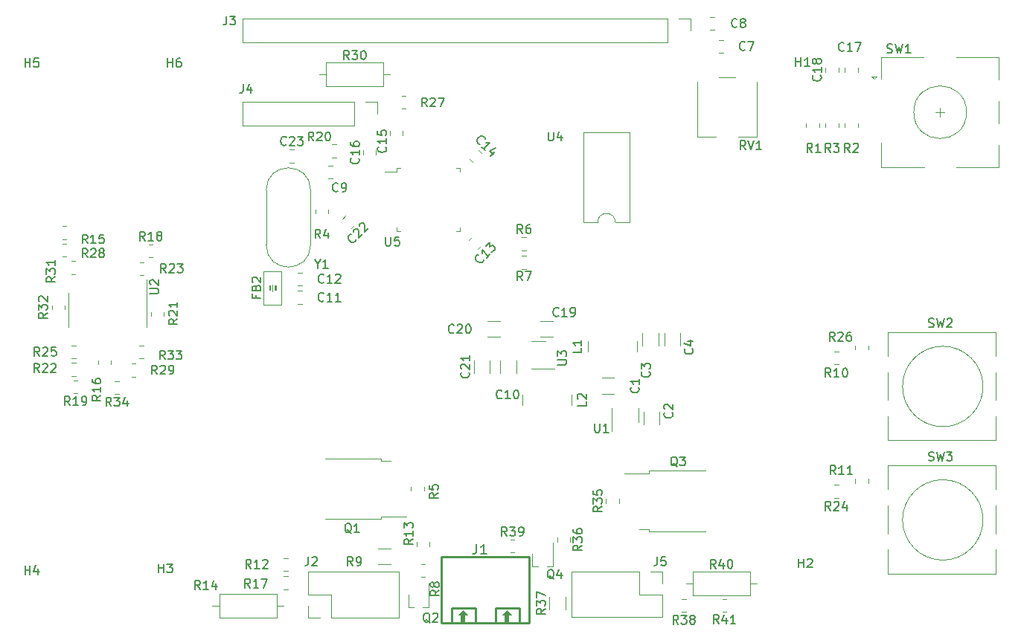
<source format=gbr>
%TF.GenerationSoftware,KiCad,Pcbnew,7.0.6*%
%TF.CreationDate,2023-08-14T13:22:57+02:00*%
%TF.ProjectId,forrasztos,666f7272-6173-47a7-946f-732e6b696361,rev?*%
%TF.SameCoordinates,Original*%
%TF.FileFunction,Legend,Top*%
%TF.FilePolarity,Positive*%
%FSLAX46Y46*%
G04 Gerber Fmt 4.6, Leading zero omitted, Abs format (unit mm)*
G04 Created by KiCad (PCBNEW 7.0.6) date 2023-08-14 13:22:57*
%MOMM*%
%LPD*%
G01*
G04 APERTURE LIST*
%ADD10C,0.150000*%
%ADD11C,0.152000*%
%ADD12C,0.120000*%
%ADD13C,0.100000*%
%ADD14C,0.254000*%
G04 APERTURE END LIST*
D10*
X132533333Y-126454819D02*
X132200000Y-125978628D01*
X131961905Y-126454819D02*
X131961905Y-125454819D01*
X131961905Y-125454819D02*
X132342857Y-125454819D01*
X132342857Y-125454819D02*
X132438095Y-125502438D01*
X132438095Y-125502438D02*
X132485714Y-125550057D01*
X132485714Y-125550057D02*
X132533333Y-125645295D01*
X132533333Y-125645295D02*
X132533333Y-125788152D01*
X132533333Y-125788152D02*
X132485714Y-125883390D01*
X132485714Y-125883390D02*
X132438095Y-125931009D01*
X132438095Y-125931009D02*
X132342857Y-125978628D01*
X132342857Y-125978628D02*
X131961905Y-125978628D01*
X133009524Y-126454819D02*
X133200000Y-126454819D01*
X133200000Y-126454819D02*
X133295238Y-126407200D01*
X133295238Y-126407200D02*
X133342857Y-126359580D01*
X133342857Y-126359580D02*
X133438095Y-126216723D01*
X133438095Y-126216723D02*
X133485714Y-126026247D01*
X133485714Y-126026247D02*
X133485714Y-125645295D01*
X133485714Y-125645295D02*
X133438095Y-125550057D01*
X133438095Y-125550057D02*
X133390476Y-125502438D01*
X133390476Y-125502438D02*
X133295238Y-125454819D01*
X133295238Y-125454819D02*
X133104762Y-125454819D01*
X133104762Y-125454819D02*
X133009524Y-125502438D01*
X133009524Y-125502438D02*
X132961905Y-125550057D01*
X132961905Y-125550057D02*
X132914286Y-125645295D01*
X132914286Y-125645295D02*
X132914286Y-125883390D01*
X132914286Y-125883390D02*
X132961905Y-125978628D01*
X132961905Y-125978628D02*
X133009524Y-126026247D01*
X133009524Y-126026247D02*
X133104762Y-126073866D01*
X133104762Y-126073866D02*
X133295238Y-126073866D01*
X133295238Y-126073866D02*
X133390476Y-126026247D01*
X133390476Y-126026247D02*
X133438095Y-125978628D01*
X133438095Y-125978628D02*
X133485714Y-125883390D01*
X187457142Y-116054819D02*
X187123809Y-115578628D01*
X186885714Y-116054819D02*
X186885714Y-115054819D01*
X186885714Y-115054819D02*
X187266666Y-115054819D01*
X187266666Y-115054819D02*
X187361904Y-115102438D01*
X187361904Y-115102438D02*
X187409523Y-115150057D01*
X187409523Y-115150057D02*
X187457142Y-115245295D01*
X187457142Y-115245295D02*
X187457142Y-115388152D01*
X187457142Y-115388152D02*
X187409523Y-115483390D01*
X187409523Y-115483390D02*
X187361904Y-115531009D01*
X187361904Y-115531009D02*
X187266666Y-115578628D01*
X187266666Y-115578628D02*
X186885714Y-115578628D01*
X188409523Y-116054819D02*
X187838095Y-116054819D01*
X188123809Y-116054819D02*
X188123809Y-115054819D01*
X188123809Y-115054819D02*
X188028571Y-115197676D01*
X188028571Y-115197676D02*
X187933333Y-115292914D01*
X187933333Y-115292914D02*
X187838095Y-115340533D01*
X189361904Y-116054819D02*
X188790476Y-116054819D01*
X189076190Y-116054819D02*
X189076190Y-115054819D01*
X189076190Y-115054819D02*
X188980952Y-115197676D01*
X188980952Y-115197676D02*
X188885714Y-115292914D01*
X188885714Y-115292914D02*
X188790476Y-115340533D01*
X110438095Y-127254819D02*
X110438095Y-126254819D01*
X110438095Y-126731009D02*
X111009523Y-126731009D01*
X111009523Y-127254819D02*
X111009523Y-126254819D01*
X111390476Y-126254819D02*
X112009523Y-126254819D01*
X112009523Y-126254819D02*
X111676190Y-126635771D01*
X111676190Y-126635771D02*
X111819047Y-126635771D01*
X111819047Y-126635771D02*
X111914285Y-126683390D01*
X111914285Y-126683390D02*
X111961904Y-126731009D01*
X111961904Y-126731009D02*
X112009523Y-126826247D01*
X112009523Y-126826247D02*
X112009523Y-127064342D01*
X112009523Y-127064342D02*
X111961904Y-127159580D01*
X111961904Y-127159580D02*
X111914285Y-127207200D01*
X111914285Y-127207200D02*
X111819047Y-127254819D01*
X111819047Y-127254819D02*
X111533333Y-127254819D01*
X111533333Y-127254819D02*
X111438095Y-127207200D01*
X111438095Y-127207200D02*
X111390476Y-127159580D01*
X160038095Y-110254819D02*
X160038095Y-111064342D01*
X160038095Y-111064342D02*
X160085714Y-111159580D01*
X160085714Y-111159580D02*
X160133333Y-111207200D01*
X160133333Y-111207200D02*
X160228571Y-111254819D01*
X160228571Y-111254819D02*
X160419047Y-111254819D01*
X160419047Y-111254819D02*
X160514285Y-111207200D01*
X160514285Y-111207200D02*
X160561904Y-111159580D01*
X160561904Y-111159580D02*
X160609523Y-111064342D01*
X160609523Y-111064342D02*
X160609523Y-110254819D01*
X161609523Y-111254819D02*
X161038095Y-111254819D01*
X161323809Y-111254819D02*
X161323809Y-110254819D01*
X161323809Y-110254819D02*
X161228571Y-110397676D01*
X161228571Y-110397676D02*
X161133333Y-110492914D01*
X161133333Y-110492914D02*
X161038095Y-110540533D01*
X183238095Y-126654819D02*
X183238095Y-125654819D01*
X183238095Y-126131009D02*
X183809523Y-126131009D01*
X183809523Y-126654819D02*
X183809523Y-125654819D01*
X184238095Y-125750057D02*
X184285714Y-125702438D01*
X184285714Y-125702438D02*
X184380952Y-125654819D01*
X184380952Y-125654819D02*
X184619047Y-125654819D01*
X184619047Y-125654819D02*
X184714285Y-125702438D01*
X184714285Y-125702438D02*
X184761904Y-125750057D01*
X184761904Y-125750057D02*
X184809523Y-125845295D01*
X184809523Y-125845295D02*
X184809523Y-125940533D01*
X184809523Y-125940533D02*
X184761904Y-126083390D01*
X184761904Y-126083390D02*
X184190476Y-126654819D01*
X184190476Y-126654819D02*
X184809523Y-126654819D01*
X182938095Y-69554819D02*
X182938095Y-68554819D01*
X182938095Y-69031009D02*
X183509523Y-69031009D01*
X183509523Y-69554819D02*
X183509523Y-68554819D01*
X184509523Y-69554819D02*
X183938095Y-69554819D01*
X184223809Y-69554819D02*
X184223809Y-68554819D01*
X184223809Y-68554819D02*
X184128571Y-68697676D01*
X184128571Y-68697676D02*
X184033333Y-68792914D01*
X184033333Y-68792914D02*
X183938095Y-68840533D01*
X184783333Y-79354819D02*
X184450000Y-78878628D01*
X184211905Y-79354819D02*
X184211905Y-78354819D01*
X184211905Y-78354819D02*
X184592857Y-78354819D01*
X184592857Y-78354819D02*
X184688095Y-78402438D01*
X184688095Y-78402438D02*
X184735714Y-78450057D01*
X184735714Y-78450057D02*
X184783333Y-78545295D01*
X184783333Y-78545295D02*
X184783333Y-78688152D01*
X184783333Y-78688152D02*
X184735714Y-78783390D01*
X184735714Y-78783390D02*
X184688095Y-78831009D01*
X184688095Y-78831009D02*
X184592857Y-78878628D01*
X184592857Y-78878628D02*
X184211905Y-78878628D01*
X185735714Y-79354819D02*
X185164286Y-79354819D01*
X185450000Y-79354819D02*
X185450000Y-78354819D01*
X185450000Y-78354819D02*
X185354762Y-78497676D01*
X185354762Y-78497676D02*
X185259524Y-78592914D01*
X185259524Y-78592914D02*
X185164286Y-78640533D01*
X177133333Y-67659580D02*
X177085714Y-67707200D01*
X177085714Y-67707200D02*
X176942857Y-67754819D01*
X176942857Y-67754819D02*
X176847619Y-67754819D01*
X176847619Y-67754819D02*
X176704762Y-67707200D01*
X176704762Y-67707200D02*
X176609524Y-67611961D01*
X176609524Y-67611961D02*
X176561905Y-67516723D01*
X176561905Y-67516723D02*
X176514286Y-67326247D01*
X176514286Y-67326247D02*
X176514286Y-67183390D01*
X176514286Y-67183390D02*
X176561905Y-66992914D01*
X176561905Y-66992914D02*
X176609524Y-66897676D01*
X176609524Y-66897676D02*
X176704762Y-66802438D01*
X176704762Y-66802438D02*
X176847619Y-66754819D01*
X176847619Y-66754819D02*
X176942857Y-66754819D01*
X176942857Y-66754819D02*
X177085714Y-66802438D01*
X177085714Y-66802438D02*
X177133333Y-66850057D01*
X177466667Y-66754819D02*
X178133333Y-66754819D01*
X178133333Y-66754819D02*
X177704762Y-67754819D01*
X127466666Y-125454819D02*
X127466666Y-126169104D01*
X127466666Y-126169104D02*
X127419047Y-126311961D01*
X127419047Y-126311961D02*
X127323809Y-126407200D01*
X127323809Y-126407200D02*
X127180952Y-126454819D01*
X127180952Y-126454819D02*
X127085714Y-126454819D01*
X127895238Y-125550057D02*
X127942857Y-125502438D01*
X127942857Y-125502438D02*
X128038095Y-125454819D01*
X128038095Y-125454819D02*
X128276190Y-125454819D01*
X128276190Y-125454819D02*
X128371428Y-125502438D01*
X128371428Y-125502438D02*
X128419047Y-125550057D01*
X128419047Y-125550057D02*
X128466666Y-125645295D01*
X128466666Y-125645295D02*
X128466666Y-125740533D01*
X128466666Y-125740533D02*
X128419047Y-125883390D01*
X128419047Y-125883390D02*
X127847619Y-126454819D01*
X127847619Y-126454819D02*
X128466666Y-126454819D01*
X141304761Y-132950057D02*
X141209523Y-132902438D01*
X141209523Y-132902438D02*
X141114285Y-132807200D01*
X141114285Y-132807200D02*
X140971428Y-132664342D01*
X140971428Y-132664342D02*
X140876190Y-132616723D01*
X140876190Y-132616723D02*
X140780952Y-132616723D01*
X140828571Y-132854819D02*
X140733333Y-132807200D01*
X140733333Y-132807200D02*
X140638095Y-132711961D01*
X140638095Y-132711961D02*
X140590476Y-132521485D01*
X140590476Y-132521485D02*
X140590476Y-132188152D01*
X140590476Y-132188152D02*
X140638095Y-131997676D01*
X140638095Y-131997676D02*
X140733333Y-131902438D01*
X140733333Y-131902438D02*
X140828571Y-131854819D01*
X140828571Y-131854819D02*
X141019047Y-131854819D01*
X141019047Y-131854819D02*
X141114285Y-131902438D01*
X141114285Y-131902438D02*
X141209523Y-131997676D01*
X141209523Y-131997676D02*
X141257142Y-132188152D01*
X141257142Y-132188152D02*
X141257142Y-132521485D01*
X141257142Y-132521485D02*
X141209523Y-132711961D01*
X141209523Y-132711961D02*
X141114285Y-132807200D01*
X141114285Y-132807200D02*
X141019047Y-132854819D01*
X141019047Y-132854819D02*
X140828571Y-132854819D01*
X141638095Y-131950057D02*
X141685714Y-131902438D01*
X141685714Y-131902438D02*
X141780952Y-131854819D01*
X141780952Y-131854819D02*
X142019047Y-131854819D01*
X142019047Y-131854819D02*
X142114285Y-131902438D01*
X142114285Y-131902438D02*
X142161904Y-131950057D01*
X142161904Y-131950057D02*
X142209523Y-132045295D01*
X142209523Y-132045295D02*
X142209523Y-132140533D01*
X142209523Y-132140533D02*
X142161904Y-132283390D01*
X142161904Y-132283390D02*
X141590476Y-132854819D01*
X141590476Y-132854819D02*
X142209523Y-132854819D01*
X133159580Y-80042857D02*
X133207200Y-80090476D01*
X133207200Y-80090476D02*
X133254819Y-80233333D01*
X133254819Y-80233333D02*
X133254819Y-80328571D01*
X133254819Y-80328571D02*
X133207200Y-80471428D01*
X133207200Y-80471428D02*
X133111961Y-80566666D01*
X133111961Y-80566666D02*
X133016723Y-80614285D01*
X133016723Y-80614285D02*
X132826247Y-80661904D01*
X132826247Y-80661904D02*
X132683390Y-80661904D01*
X132683390Y-80661904D02*
X132492914Y-80614285D01*
X132492914Y-80614285D02*
X132397676Y-80566666D01*
X132397676Y-80566666D02*
X132302438Y-80471428D01*
X132302438Y-80471428D02*
X132254819Y-80328571D01*
X132254819Y-80328571D02*
X132254819Y-80233333D01*
X132254819Y-80233333D02*
X132302438Y-80090476D01*
X132302438Y-80090476D02*
X132350057Y-80042857D01*
X133254819Y-79090476D02*
X133254819Y-79661904D01*
X133254819Y-79376190D02*
X132254819Y-79376190D01*
X132254819Y-79376190D02*
X132397676Y-79471428D01*
X132397676Y-79471428D02*
X132492914Y-79566666D01*
X132492914Y-79566666D02*
X132540533Y-79661904D01*
X132254819Y-78233333D02*
X132254819Y-78423809D01*
X132254819Y-78423809D02*
X132302438Y-78519047D01*
X132302438Y-78519047D02*
X132350057Y-78566666D01*
X132350057Y-78566666D02*
X132492914Y-78661904D01*
X132492914Y-78661904D02*
X132683390Y-78709523D01*
X132683390Y-78709523D02*
X133064342Y-78709523D01*
X133064342Y-78709523D02*
X133159580Y-78661904D01*
X133159580Y-78661904D02*
X133207200Y-78614285D01*
X133207200Y-78614285D02*
X133254819Y-78519047D01*
X133254819Y-78519047D02*
X133254819Y-78328571D01*
X133254819Y-78328571D02*
X133207200Y-78233333D01*
X133207200Y-78233333D02*
X133159580Y-78185714D01*
X133159580Y-78185714D02*
X133064342Y-78138095D01*
X133064342Y-78138095D02*
X132826247Y-78138095D01*
X132826247Y-78138095D02*
X132731009Y-78185714D01*
X132731009Y-78185714D02*
X132683390Y-78233333D01*
X132683390Y-78233333D02*
X132635771Y-78328571D01*
X132635771Y-78328571D02*
X132635771Y-78519047D01*
X132635771Y-78519047D02*
X132683390Y-78614285D01*
X132683390Y-78614285D02*
X132731009Y-78661904D01*
X132731009Y-78661904D02*
X132826247Y-78709523D01*
X129219643Y-94159580D02*
X129172024Y-94207200D01*
X129172024Y-94207200D02*
X129029167Y-94254819D01*
X129029167Y-94254819D02*
X128933929Y-94254819D01*
X128933929Y-94254819D02*
X128791072Y-94207200D01*
X128791072Y-94207200D02*
X128695834Y-94111961D01*
X128695834Y-94111961D02*
X128648215Y-94016723D01*
X128648215Y-94016723D02*
X128600596Y-93826247D01*
X128600596Y-93826247D02*
X128600596Y-93683390D01*
X128600596Y-93683390D02*
X128648215Y-93492914D01*
X128648215Y-93492914D02*
X128695834Y-93397676D01*
X128695834Y-93397676D02*
X128791072Y-93302438D01*
X128791072Y-93302438D02*
X128933929Y-93254819D01*
X128933929Y-93254819D02*
X129029167Y-93254819D01*
X129029167Y-93254819D02*
X129172024Y-93302438D01*
X129172024Y-93302438D02*
X129219643Y-93350057D01*
X130172024Y-94254819D02*
X129600596Y-94254819D01*
X129886310Y-94254819D02*
X129886310Y-93254819D01*
X129886310Y-93254819D02*
X129791072Y-93397676D01*
X129791072Y-93397676D02*
X129695834Y-93492914D01*
X129695834Y-93492914D02*
X129600596Y-93540533D01*
X130552977Y-93350057D02*
X130600596Y-93302438D01*
X130600596Y-93302438D02*
X130695834Y-93254819D01*
X130695834Y-93254819D02*
X130933929Y-93254819D01*
X130933929Y-93254819D02*
X131029167Y-93302438D01*
X131029167Y-93302438D02*
X131076786Y-93350057D01*
X131076786Y-93350057D02*
X131124405Y-93445295D01*
X131124405Y-93445295D02*
X131124405Y-93540533D01*
X131124405Y-93540533D02*
X131076786Y-93683390D01*
X131076786Y-93683390D02*
X130505358Y-94254819D01*
X130505358Y-94254819D02*
X131124405Y-94254819D01*
X129219642Y-96259581D02*
X129172023Y-96307201D01*
X129172023Y-96307201D02*
X129029166Y-96354820D01*
X129029166Y-96354820D02*
X128933928Y-96354820D01*
X128933928Y-96354820D02*
X128791071Y-96307201D01*
X128791071Y-96307201D02*
X128695833Y-96211962D01*
X128695833Y-96211962D02*
X128648214Y-96116724D01*
X128648214Y-96116724D02*
X128600595Y-95926248D01*
X128600595Y-95926248D02*
X128600595Y-95783391D01*
X128600595Y-95783391D02*
X128648214Y-95592915D01*
X128648214Y-95592915D02*
X128695833Y-95497677D01*
X128695833Y-95497677D02*
X128791071Y-95402439D01*
X128791071Y-95402439D02*
X128933928Y-95354820D01*
X128933928Y-95354820D02*
X129029166Y-95354820D01*
X129029166Y-95354820D02*
X129172023Y-95402439D01*
X129172023Y-95402439D02*
X129219642Y-95450058D01*
X130172023Y-96354820D02*
X129600595Y-96354820D01*
X129886309Y-96354820D02*
X129886309Y-95354820D01*
X129886309Y-95354820D02*
X129791071Y-95497677D01*
X129791071Y-95497677D02*
X129695833Y-95592915D01*
X129695833Y-95592915D02*
X129600595Y-95640534D01*
X131124404Y-96354820D02*
X130552976Y-96354820D01*
X130838690Y-96354820D02*
X130838690Y-95354820D01*
X130838690Y-95354820D02*
X130743452Y-95497677D01*
X130743452Y-95497677D02*
X130648214Y-95592915D01*
X130648214Y-95592915D02*
X130552976Y-95640534D01*
X128833333Y-89154819D02*
X128500000Y-88678628D01*
X128261905Y-89154819D02*
X128261905Y-88154819D01*
X128261905Y-88154819D02*
X128642857Y-88154819D01*
X128642857Y-88154819D02*
X128738095Y-88202438D01*
X128738095Y-88202438D02*
X128785714Y-88250057D01*
X128785714Y-88250057D02*
X128833333Y-88345295D01*
X128833333Y-88345295D02*
X128833333Y-88488152D01*
X128833333Y-88488152D02*
X128785714Y-88583390D01*
X128785714Y-88583390D02*
X128738095Y-88631009D01*
X128738095Y-88631009D02*
X128642857Y-88678628D01*
X128642857Y-88678628D02*
X128261905Y-88678628D01*
X129690476Y-88488152D02*
X129690476Y-89154819D01*
X129452381Y-88107200D02*
X129214286Y-88821485D01*
X129214286Y-88821485D02*
X129833333Y-88821485D01*
X128057142Y-78054819D02*
X127723809Y-77578628D01*
X127485714Y-78054819D02*
X127485714Y-77054819D01*
X127485714Y-77054819D02*
X127866666Y-77054819D01*
X127866666Y-77054819D02*
X127961904Y-77102438D01*
X127961904Y-77102438D02*
X128009523Y-77150057D01*
X128009523Y-77150057D02*
X128057142Y-77245295D01*
X128057142Y-77245295D02*
X128057142Y-77388152D01*
X128057142Y-77388152D02*
X128009523Y-77483390D01*
X128009523Y-77483390D02*
X127961904Y-77531009D01*
X127961904Y-77531009D02*
X127866666Y-77578628D01*
X127866666Y-77578628D02*
X127485714Y-77578628D01*
X128438095Y-77150057D02*
X128485714Y-77102438D01*
X128485714Y-77102438D02*
X128580952Y-77054819D01*
X128580952Y-77054819D02*
X128819047Y-77054819D01*
X128819047Y-77054819D02*
X128914285Y-77102438D01*
X128914285Y-77102438D02*
X128961904Y-77150057D01*
X128961904Y-77150057D02*
X129009523Y-77245295D01*
X129009523Y-77245295D02*
X129009523Y-77340533D01*
X129009523Y-77340533D02*
X128961904Y-77483390D01*
X128961904Y-77483390D02*
X128390476Y-78054819D01*
X128390476Y-78054819D02*
X129009523Y-78054819D01*
X129628571Y-77054819D02*
X129723809Y-77054819D01*
X129723809Y-77054819D02*
X129819047Y-77102438D01*
X129819047Y-77102438D02*
X129866666Y-77150057D01*
X129866666Y-77150057D02*
X129914285Y-77245295D01*
X129914285Y-77245295D02*
X129961904Y-77435771D01*
X129961904Y-77435771D02*
X129961904Y-77673866D01*
X129961904Y-77673866D02*
X129914285Y-77864342D01*
X129914285Y-77864342D02*
X129866666Y-77959580D01*
X129866666Y-77959580D02*
X129819047Y-78007200D01*
X129819047Y-78007200D02*
X129723809Y-78054819D01*
X129723809Y-78054819D02*
X129628571Y-78054819D01*
X129628571Y-78054819D02*
X129533333Y-78007200D01*
X129533333Y-78007200D02*
X129485714Y-77959580D01*
X129485714Y-77959580D02*
X129438095Y-77864342D01*
X129438095Y-77864342D02*
X129390476Y-77673866D01*
X129390476Y-77673866D02*
X129390476Y-77435771D01*
X129390476Y-77435771D02*
X129438095Y-77245295D01*
X129438095Y-77245295D02*
X129485714Y-77150057D01*
X129485714Y-77150057D02*
X129533333Y-77102438D01*
X129533333Y-77102438D02*
X129628571Y-77054819D01*
X110242142Y-104639819D02*
X109908809Y-104163628D01*
X109670714Y-104639819D02*
X109670714Y-103639819D01*
X109670714Y-103639819D02*
X110051666Y-103639819D01*
X110051666Y-103639819D02*
X110146904Y-103687438D01*
X110146904Y-103687438D02*
X110194523Y-103735057D01*
X110194523Y-103735057D02*
X110242142Y-103830295D01*
X110242142Y-103830295D02*
X110242142Y-103973152D01*
X110242142Y-103973152D02*
X110194523Y-104068390D01*
X110194523Y-104068390D02*
X110146904Y-104116009D01*
X110146904Y-104116009D02*
X110051666Y-104163628D01*
X110051666Y-104163628D02*
X109670714Y-104163628D01*
X110623095Y-103735057D02*
X110670714Y-103687438D01*
X110670714Y-103687438D02*
X110765952Y-103639819D01*
X110765952Y-103639819D02*
X111004047Y-103639819D01*
X111004047Y-103639819D02*
X111099285Y-103687438D01*
X111099285Y-103687438D02*
X111146904Y-103735057D01*
X111146904Y-103735057D02*
X111194523Y-103830295D01*
X111194523Y-103830295D02*
X111194523Y-103925533D01*
X111194523Y-103925533D02*
X111146904Y-104068390D01*
X111146904Y-104068390D02*
X110575476Y-104639819D01*
X110575476Y-104639819D02*
X111194523Y-104639819D01*
X111670714Y-104639819D02*
X111861190Y-104639819D01*
X111861190Y-104639819D02*
X111956428Y-104592200D01*
X111956428Y-104592200D02*
X112004047Y-104544580D01*
X112004047Y-104544580D02*
X112099285Y-104401723D01*
X112099285Y-104401723D02*
X112146904Y-104211247D01*
X112146904Y-104211247D02*
X112146904Y-103830295D01*
X112146904Y-103830295D02*
X112099285Y-103735057D01*
X112099285Y-103735057D02*
X112051666Y-103687438D01*
X112051666Y-103687438D02*
X111956428Y-103639819D01*
X111956428Y-103639819D02*
X111765952Y-103639819D01*
X111765952Y-103639819D02*
X111670714Y-103687438D01*
X111670714Y-103687438D02*
X111623095Y-103735057D01*
X111623095Y-103735057D02*
X111575476Y-103830295D01*
X111575476Y-103830295D02*
X111575476Y-104068390D01*
X111575476Y-104068390D02*
X111623095Y-104163628D01*
X111623095Y-104163628D02*
X111670714Y-104211247D01*
X111670714Y-104211247D02*
X111765952Y-104258866D01*
X111765952Y-104258866D02*
X111956428Y-104258866D01*
X111956428Y-104258866D02*
X112051666Y-104211247D01*
X112051666Y-104211247D02*
X112099285Y-104163628D01*
X112099285Y-104163628D02*
X112146904Y-104068390D01*
X186883333Y-79354819D02*
X186550000Y-78878628D01*
X186311905Y-79354819D02*
X186311905Y-78354819D01*
X186311905Y-78354819D02*
X186692857Y-78354819D01*
X186692857Y-78354819D02*
X186788095Y-78402438D01*
X186788095Y-78402438D02*
X186835714Y-78450057D01*
X186835714Y-78450057D02*
X186883333Y-78545295D01*
X186883333Y-78545295D02*
X186883333Y-78688152D01*
X186883333Y-78688152D02*
X186835714Y-78783390D01*
X186835714Y-78783390D02*
X186788095Y-78831009D01*
X186788095Y-78831009D02*
X186692857Y-78878628D01*
X186692857Y-78878628D02*
X186311905Y-78878628D01*
X187216667Y-78354819D02*
X187835714Y-78354819D01*
X187835714Y-78354819D02*
X187502381Y-78735771D01*
X187502381Y-78735771D02*
X187645238Y-78735771D01*
X187645238Y-78735771D02*
X187740476Y-78783390D01*
X187740476Y-78783390D02*
X187788095Y-78831009D01*
X187788095Y-78831009D02*
X187835714Y-78926247D01*
X187835714Y-78926247D02*
X187835714Y-79164342D01*
X187835714Y-79164342D02*
X187788095Y-79259580D01*
X187788095Y-79259580D02*
X187740476Y-79307200D01*
X187740476Y-79307200D02*
X187645238Y-79354819D01*
X187645238Y-79354819D02*
X187359524Y-79354819D01*
X187359524Y-79354819D02*
X187264286Y-79307200D01*
X187264286Y-79307200D02*
X187216667Y-79259580D01*
X109439819Y-95446904D02*
X110249342Y-95446904D01*
X110249342Y-95446904D02*
X110344580Y-95399285D01*
X110344580Y-95399285D02*
X110392200Y-95351666D01*
X110392200Y-95351666D02*
X110439819Y-95256428D01*
X110439819Y-95256428D02*
X110439819Y-95065952D01*
X110439819Y-95065952D02*
X110392200Y-94970714D01*
X110392200Y-94970714D02*
X110344580Y-94923095D01*
X110344580Y-94923095D02*
X110249342Y-94875476D01*
X110249342Y-94875476D02*
X109439819Y-94875476D01*
X109535057Y-94446904D02*
X109487438Y-94399285D01*
X109487438Y-94399285D02*
X109439819Y-94304047D01*
X109439819Y-94304047D02*
X109439819Y-94065952D01*
X109439819Y-94065952D02*
X109487438Y-93970714D01*
X109487438Y-93970714D02*
X109535057Y-93923095D01*
X109535057Y-93923095D02*
X109630295Y-93875476D01*
X109630295Y-93875476D02*
X109725533Y-93875476D01*
X109725533Y-93875476D02*
X109868390Y-93923095D01*
X109868390Y-93923095D02*
X110439819Y-94494523D01*
X110439819Y-94494523D02*
X110439819Y-93875476D01*
X176233333Y-65059580D02*
X176185714Y-65107200D01*
X176185714Y-65107200D02*
X176042857Y-65154819D01*
X176042857Y-65154819D02*
X175947619Y-65154819D01*
X175947619Y-65154819D02*
X175804762Y-65107200D01*
X175804762Y-65107200D02*
X175709524Y-65011961D01*
X175709524Y-65011961D02*
X175661905Y-64916723D01*
X175661905Y-64916723D02*
X175614286Y-64726247D01*
X175614286Y-64726247D02*
X175614286Y-64583390D01*
X175614286Y-64583390D02*
X175661905Y-64392914D01*
X175661905Y-64392914D02*
X175709524Y-64297676D01*
X175709524Y-64297676D02*
X175804762Y-64202438D01*
X175804762Y-64202438D02*
X175947619Y-64154819D01*
X175947619Y-64154819D02*
X176042857Y-64154819D01*
X176042857Y-64154819D02*
X176185714Y-64202438D01*
X176185714Y-64202438D02*
X176233333Y-64250057D01*
X176804762Y-64583390D02*
X176709524Y-64535771D01*
X176709524Y-64535771D02*
X176661905Y-64488152D01*
X176661905Y-64488152D02*
X176614286Y-64392914D01*
X176614286Y-64392914D02*
X176614286Y-64345295D01*
X176614286Y-64345295D02*
X176661905Y-64250057D01*
X176661905Y-64250057D02*
X176709524Y-64202438D01*
X176709524Y-64202438D02*
X176804762Y-64154819D01*
X176804762Y-64154819D02*
X176995238Y-64154819D01*
X176995238Y-64154819D02*
X177090476Y-64202438D01*
X177090476Y-64202438D02*
X177138095Y-64250057D01*
X177138095Y-64250057D02*
X177185714Y-64345295D01*
X177185714Y-64345295D02*
X177185714Y-64392914D01*
X177185714Y-64392914D02*
X177138095Y-64488152D01*
X177138095Y-64488152D02*
X177090476Y-64535771D01*
X177090476Y-64535771D02*
X176995238Y-64583390D01*
X176995238Y-64583390D02*
X176804762Y-64583390D01*
X176804762Y-64583390D02*
X176709524Y-64631009D01*
X176709524Y-64631009D02*
X176661905Y-64678628D01*
X176661905Y-64678628D02*
X176614286Y-64773866D01*
X176614286Y-64773866D02*
X176614286Y-64964342D01*
X176614286Y-64964342D02*
X176661905Y-65059580D01*
X176661905Y-65059580D02*
X176709524Y-65107200D01*
X176709524Y-65107200D02*
X176804762Y-65154819D01*
X176804762Y-65154819D02*
X176995238Y-65154819D01*
X176995238Y-65154819D02*
X177090476Y-65107200D01*
X177090476Y-65107200D02*
X177138095Y-65059580D01*
X177138095Y-65059580D02*
X177185714Y-64964342D01*
X177185714Y-64964342D02*
X177185714Y-64773866D01*
X177185714Y-64773866D02*
X177138095Y-64678628D01*
X177138095Y-64678628D02*
X177090476Y-64631009D01*
X177090476Y-64631009D02*
X176995238Y-64583390D01*
X155836069Y-103549904D02*
X156645592Y-103549904D01*
X156645592Y-103549904D02*
X156740830Y-103502285D01*
X156740830Y-103502285D02*
X156788450Y-103454666D01*
X156788450Y-103454666D02*
X156836069Y-103359428D01*
X156836069Y-103359428D02*
X156836069Y-103168952D01*
X156836069Y-103168952D02*
X156788450Y-103073714D01*
X156788450Y-103073714D02*
X156740830Y-103026095D01*
X156740830Y-103026095D02*
X156645592Y-102978476D01*
X156645592Y-102978476D02*
X155836069Y-102978476D01*
X155836069Y-102597523D02*
X155836069Y-101978476D01*
X155836069Y-101978476D02*
X156217021Y-102311809D01*
X156217021Y-102311809D02*
X156217021Y-102168952D01*
X156217021Y-102168952D02*
X156264640Y-102073714D01*
X156264640Y-102073714D02*
X156312259Y-102026095D01*
X156312259Y-102026095D02*
X156407497Y-101978476D01*
X156407497Y-101978476D02*
X156645592Y-101978476D01*
X156645592Y-101978476D02*
X156740830Y-102026095D01*
X156740830Y-102026095D02*
X156788450Y-102073714D01*
X156788450Y-102073714D02*
X156836069Y-102168952D01*
X156836069Y-102168952D02*
X156836069Y-102454666D01*
X156836069Y-102454666D02*
X156788450Y-102549904D01*
X156788450Y-102549904D02*
X156740830Y-102597523D01*
X146979108Y-78411754D02*
X146911764Y-78411754D01*
X146911764Y-78411754D02*
X146777077Y-78344410D01*
X146777077Y-78344410D02*
X146709734Y-78277067D01*
X146709734Y-78277067D02*
X146642390Y-78142380D01*
X146642390Y-78142380D02*
X146642390Y-78007693D01*
X146642390Y-78007693D02*
X146676062Y-77906678D01*
X146676062Y-77906678D02*
X146777077Y-77738319D01*
X146777077Y-77738319D02*
X146878092Y-77637304D01*
X146878092Y-77637304D02*
X147046451Y-77536288D01*
X147046451Y-77536288D02*
X147147466Y-77502617D01*
X147147466Y-77502617D02*
X147282153Y-77502617D01*
X147282153Y-77502617D02*
X147416840Y-77569960D01*
X147416840Y-77569960D02*
X147484184Y-77637304D01*
X147484184Y-77637304D02*
X147551527Y-77771991D01*
X147551527Y-77771991D02*
X147551527Y-77839334D01*
X147585199Y-79152532D02*
X147181138Y-78748471D01*
X147383169Y-78950502D02*
X148090275Y-78243395D01*
X148090275Y-78243395D02*
X147921917Y-78277067D01*
X147921917Y-78277067D02*
X147787230Y-78277067D01*
X147787230Y-78277067D02*
X147686214Y-78243395D01*
X148662695Y-79287220D02*
X148191291Y-79758624D01*
X148763711Y-78849487D02*
X148090276Y-79186204D01*
X148090276Y-79186204D02*
X148528008Y-79623937D01*
X142354819Y-129266666D02*
X141878628Y-129599999D01*
X142354819Y-129838094D02*
X141354819Y-129838094D01*
X141354819Y-129838094D02*
X141354819Y-129457142D01*
X141354819Y-129457142D02*
X141402438Y-129361904D01*
X141402438Y-129361904D02*
X141450057Y-129314285D01*
X141450057Y-129314285D02*
X141545295Y-129266666D01*
X141545295Y-129266666D02*
X141688152Y-129266666D01*
X141688152Y-129266666D02*
X141783390Y-129314285D01*
X141783390Y-129314285D02*
X141831009Y-129361904D01*
X141831009Y-129361904D02*
X141878628Y-129457142D01*
X141878628Y-129457142D02*
X141878628Y-129838094D01*
X141783390Y-128695237D02*
X141735771Y-128790475D01*
X141735771Y-128790475D02*
X141688152Y-128838094D01*
X141688152Y-128838094D02*
X141592914Y-128885713D01*
X141592914Y-128885713D02*
X141545295Y-128885713D01*
X141545295Y-128885713D02*
X141450057Y-128838094D01*
X141450057Y-128838094D02*
X141402438Y-128790475D01*
X141402438Y-128790475D02*
X141354819Y-128695237D01*
X141354819Y-128695237D02*
X141354819Y-128504761D01*
X141354819Y-128504761D02*
X141402438Y-128409523D01*
X141402438Y-128409523D02*
X141450057Y-128361904D01*
X141450057Y-128361904D02*
X141545295Y-128314285D01*
X141545295Y-128314285D02*
X141592914Y-128314285D01*
X141592914Y-128314285D02*
X141688152Y-128361904D01*
X141688152Y-128361904D02*
X141735771Y-128409523D01*
X141735771Y-128409523D02*
X141783390Y-128504761D01*
X141783390Y-128504761D02*
X141783390Y-128695237D01*
X141783390Y-128695237D02*
X141831009Y-128790475D01*
X141831009Y-128790475D02*
X141878628Y-128838094D01*
X141878628Y-128838094D02*
X141973866Y-128885713D01*
X141973866Y-128885713D02*
X142164342Y-128885713D01*
X142164342Y-128885713D02*
X142259580Y-128838094D01*
X142259580Y-128838094D02*
X142307200Y-128790475D01*
X142307200Y-128790475D02*
X142354819Y-128695237D01*
X142354819Y-128695237D02*
X142354819Y-128504761D01*
X142354819Y-128504761D02*
X142307200Y-128409523D01*
X142307200Y-128409523D02*
X142259580Y-128361904D01*
X142259580Y-128361904D02*
X142164342Y-128314285D01*
X142164342Y-128314285D02*
X141973866Y-128314285D01*
X141973866Y-128314285D02*
X141878628Y-128361904D01*
X141878628Y-128361904D02*
X141831009Y-128409523D01*
X141831009Y-128409523D02*
X141783390Y-128504761D01*
X169444761Y-115150057D02*
X169349523Y-115102438D01*
X169349523Y-115102438D02*
X169254285Y-115007200D01*
X169254285Y-115007200D02*
X169111428Y-114864342D01*
X169111428Y-114864342D02*
X169016190Y-114816723D01*
X169016190Y-114816723D02*
X168920952Y-114816723D01*
X168968571Y-115054819D02*
X168873333Y-115007200D01*
X168873333Y-115007200D02*
X168778095Y-114911961D01*
X168778095Y-114911961D02*
X168730476Y-114721485D01*
X168730476Y-114721485D02*
X168730476Y-114388152D01*
X168730476Y-114388152D02*
X168778095Y-114197676D01*
X168778095Y-114197676D02*
X168873333Y-114102438D01*
X168873333Y-114102438D02*
X168968571Y-114054819D01*
X168968571Y-114054819D02*
X169159047Y-114054819D01*
X169159047Y-114054819D02*
X169254285Y-114102438D01*
X169254285Y-114102438D02*
X169349523Y-114197676D01*
X169349523Y-114197676D02*
X169397142Y-114388152D01*
X169397142Y-114388152D02*
X169397142Y-114721485D01*
X169397142Y-114721485D02*
X169349523Y-114911961D01*
X169349523Y-114911961D02*
X169254285Y-115007200D01*
X169254285Y-115007200D02*
X169159047Y-115054819D01*
X169159047Y-115054819D02*
X168968571Y-115054819D01*
X169730476Y-114054819D02*
X170349523Y-114054819D01*
X170349523Y-114054819D02*
X170016190Y-114435771D01*
X170016190Y-114435771D02*
X170159047Y-114435771D01*
X170159047Y-114435771D02*
X170254285Y-114483390D01*
X170254285Y-114483390D02*
X170301904Y-114531009D01*
X170301904Y-114531009D02*
X170349523Y-114626247D01*
X170349523Y-114626247D02*
X170349523Y-114864342D01*
X170349523Y-114864342D02*
X170301904Y-114959580D01*
X170301904Y-114959580D02*
X170254285Y-115007200D01*
X170254285Y-115007200D02*
X170159047Y-115054819D01*
X170159047Y-115054819D02*
X169873333Y-115054819D01*
X169873333Y-115054819D02*
X169778095Y-115007200D01*
X169778095Y-115007200D02*
X169730476Y-114959580D01*
X159067319Y-107741666D02*
X159067319Y-108217856D01*
X159067319Y-108217856D02*
X158067319Y-108217856D01*
X158162557Y-107455951D02*
X158114938Y-107408332D01*
X158114938Y-107408332D02*
X158067319Y-107313094D01*
X158067319Y-107313094D02*
X158067319Y-107074999D01*
X158067319Y-107074999D02*
X158114938Y-106979761D01*
X158114938Y-106979761D02*
X158162557Y-106932142D01*
X158162557Y-106932142D02*
X158257795Y-106884523D01*
X158257795Y-106884523D02*
X158353033Y-106884523D01*
X158353033Y-106884523D02*
X158495890Y-106932142D01*
X158495890Y-106932142D02*
X159067319Y-107503570D01*
X159067319Y-107503570D02*
X159067319Y-106884523D01*
X142229819Y-118191666D02*
X141753628Y-118524999D01*
X142229819Y-118763094D02*
X141229819Y-118763094D01*
X141229819Y-118763094D02*
X141229819Y-118382142D01*
X141229819Y-118382142D02*
X141277438Y-118286904D01*
X141277438Y-118286904D02*
X141325057Y-118239285D01*
X141325057Y-118239285D02*
X141420295Y-118191666D01*
X141420295Y-118191666D02*
X141563152Y-118191666D01*
X141563152Y-118191666D02*
X141658390Y-118239285D01*
X141658390Y-118239285D02*
X141706009Y-118286904D01*
X141706009Y-118286904D02*
X141753628Y-118382142D01*
X141753628Y-118382142D02*
X141753628Y-118763094D01*
X141229819Y-117286904D02*
X141229819Y-117763094D01*
X141229819Y-117763094D02*
X141706009Y-117810713D01*
X141706009Y-117810713D02*
X141658390Y-117763094D01*
X141658390Y-117763094D02*
X141610771Y-117667856D01*
X141610771Y-117667856D02*
X141610771Y-117429761D01*
X141610771Y-117429761D02*
X141658390Y-117334523D01*
X141658390Y-117334523D02*
X141706009Y-117286904D01*
X141706009Y-117286904D02*
X141801247Y-117239285D01*
X141801247Y-117239285D02*
X142039342Y-117239285D01*
X142039342Y-117239285D02*
X142134580Y-117286904D01*
X142134580Y-117286904D02*
X142182200Y-117334523D01*
X142182200Y-117334523D02*
X142229819Y-117429761D01*
X142229819Y-117429761D02*
X142229819Y-117667856D01*
X142229819Y-117667856D02*
X142182200Y-117763094D01*
X142182200Y-117763094D02*
X142134580Y-117810713D01*
X145722080Y-104417857D02*
X145769700Y-104465476D01*
X145769700Y-104465476D02*
X145817319Y-104608333D01*
X145817319Y-104608333D02*
X145817319Y-104703571D01*
X145817319Y-104703571D02*
X145769700Y-104846428D01*
X145769700Y-104846428D02*
X145674461Y-104941666D01*
X145674461Y-104941666D02*
X145579223Y-104989285D01*
X145579223Y-104989285D02*
X145388747Y-105036904D01*
X145388747Y-105036904D02*
X145245890Y-105036904D01*
X145245890Y-105036904D02*
X145055414Y-104989285D01*
X145055414Y-104989285D02*
X144960176Y-104941666D01*
X144960176Y-104941666D02*
X144864938Y-104846428D01*
X144864938Y-104846428D02*
X144817319Y-104703571D01*
X144817319Y-104703571D02*
X144817319Y-104608333D01*
X144817319Y-104608333D02*
X144864938Y-104465476D01*
X144864938Y-104465476D02*
X144912557Y-104417857D01*
X144912557Y-104036904D02*
X144864938Y-103989285D01*
X144864938Y-103989285D02*
X144817319Y-103894047D01*
X144817319Y-103894047D02*
X144817319Y-103655952D01*
X144817319Y-103655952D02*
X144864938Y-103560714D01*
X144864938Y-103560714D02*
X144912557Y-103513095D01*
X144912557Y-103513095D02*
X145007795Y-103465476D01*
X145007795Y-103465476D02*
X145103033Y-103465476D01*
X145103033Y-103465476D02*
X145245890Y-103513095D01*
X145245890Y-103513095D02*
X145817319Y-104084523D01*
X145817319Y-104084523D02*
X145817319Y-103465476D01*
X145817319Y-102513095D02*
X145817319Y-103084523D01*
X145817319Y-102798809D02*
X144817319Y-102798809D01*
X144817319Y-102798809D02*
X144960176Y-102894047D01*
X144960176Y-102894047D02*
X145055414Y-102989285D01*
X145055414Y-102989285D02*
X145103033Y-103084523D01*
X136267095Y-89018319D02*
X136267095Y-89827842D01*
X136267095Y-89827842D02*
X136314714Y-89923080D01*
X136314714Y-89923080D02*
X136362333Y-89970700D01*
X136362333Y-89970700D02*
X136457571Y-90018319D01*
X136457571Y-90018319D02*
X136648047Y-90018319D01*
X136648047Y-90018319D02*
X136743285Y-89970700D01*
X136743285Y-89970700D02*
X136790904Y-89923080D01*
X136790904Y-89923080D02*
X136838523Y-89827842D01*
X136838523Y-89827842D02*
X136838523Y-89018319D01*
X137790904Y-89018319D02*
X137314714Y-89018319D01*
X137314714Y-89018319D02*
X137267095Y-89494509D01*
X137267095Y-89494509D02*
X137314714Y-89446890D01*
X137314714Y-89446890D02*
X137409952Y-89399271D01*
X137409952Y-89399271D02*
X137648047Y-89399271D01*
X137648047Y-89399271D02*
X137743285Y-89446890D01*
X137743285Y-89446890D02*
X137790904Y-89494509D01*
X137790904Y-89494509D02*
X137838523Y-89589747D01*
X137838523Y-89589747D02*
X137838523Y-89827842D01*
X137838523Y-89827842D02*
X137790904Y-89923080D01*
X137790904Y-89923080D02*
X137743285Y-89970700D01*
X137743285Y-89970700D02*
X137648047Y-90018319D01*
X137648047Y-90018319D02*
X137409952Y-90018319D01*
X137409952Y-90018319D02*
X137314714Y-89970700D01*
X137314714Y-89970700D02*
X137267095Y-89923080D01*
X188407142Y-67759580D02*
X188359523Y-67807200D01*
X188359523Y-67807200D02*
X188216666Y-67854819D01*
X188216666Y-67854819D02*
X188121428Y-67854819D01*
X188121428Y-67854819D02*
X187978571Y-67807200D01*
X187978571Y-67807200D02*
X187883333Y-67711961D01*
X187883333Y-67711961D02*
X187835714Y-67616723D01*
X187835714Y-67616723D02*
X187788095Y-67426247D01*
X187788095Y-67426247D02*
X187788095Y-67283390D01*
X187788095Y-67283390D02*
X187835714Y-67092914D01*
X187835714Y-67092914D02*
X187883333Y-66997676D01*
X187883333Y-66997676D02*
X187978571Y-66902438D01*
X187978571Y-66902438D02*
X188121428Y-66854819D01*
X188121428Y-66854819D02*
X188216666Y-66854819D01*
X188216666Y-66854819D02*
X188359523Y-66902438D01*
X188359523Y-66902438D02*
X188407142Y-66950057D01*
X189359523Y-67854819D02*
X188788095Y-67854819D01*
X189073809Y-67854819D02*
X189073809Y-66854819D01*
X189073809Y-66854819D02*
X188978571Y-66997676D01*
X188978571Y-66997676D02*
X188883333Y-67092914D01*
X188883333Y-67092914D02*
X188788095Y-67140533D01*
X189692857Y-66854819D02*
X190359523Y-66854819D01*
X190359523Y-66854819D02*
X189930952Y-67854819D01*
X124957142Y-78479580D02*
X124909523Y-78527200D01*
X124909523Y-78527200D02*
X124766666Y-78574819D01*
X124766666Y-78574819D02*
X124671428Y-78574819D01*
X124671428Y-78574819D02*
X124528571Y-78527200D01*
X124528571Y-78527200D02*
X124433333Y-78431961D01*
X124433333Y-78431961D02*
X124385714Y-78336723D01*
X124385714Y-78336723D02*
X124338095Y-78146247D01*
X124338095Y-78146247D02*
X124338095Y-78003390D01*
X124338095Y-78003390D02*
X124385714Y-77812914D01*
X124385714Y-77812914D02*
X124433333Y-77717676D01*
X124433333Y-77717676D02*
X124528571Y-77622438D01*
X124528571Y-77622438D02*
X124671428Y-77574819D01*
X124671428Y-77574819D02*
X124766666Y-77574819D01*
X124766666Y-77574819D02*
X124909523Y-77622438D01*
X124909523Y-77622438D02*
X124957142Y-77670057D01*
X125338095Y-77670057D02*
X125385714Y-77622438D01*
X125385714Y-77622438D02*
X125480952Y-77574819D01*
X125480952Y-77574819D02*
X125719047Y-77574819D01*
X125719047Y-77574819D02*
X125814285Y-77622438D01*
X125814285Y-77622438D02*
X125861904Y-77670057D01*
X125861904Y-77670057D02*
X125909523Y-77765295D01*
X125909523Y-77765295D02*
X125909523Y-77860533D01*
X125909523Y-77860533D02*
X125861904Y-78003390D01*
X125861904Y-78003390D02*
X125290476Y-78574819D01*
X125290476Y-78574819D02*
X125909523Y-78574819D01*
X126242857Y-77574819D02*
X126861904Y-77574819D01*
X126861904Y-77574819D02*
X126528571Y-77955771D01*
X126528571Y-77955771D02*
X126671428Y-77955771D01*
X126671428Y-77955771D02*
X126766666Y-78003390D01*
X126766666Y-78003390D02*
X126814285Y-78051009D01*
X126814285Y-78051009D02*
X126861904Y-78146247D01*
X126861904Y-78146247D02*
X126861904Y-78384342D01*
X126861904Y-78384342D02*
X126814285Y-78479580D01*
X126814285Y-78479580D02*
X126766666Y-78527200D01*
X126766666Y-78527200D02*
X126671428Y-78574819D01*
X126671428Y-78574819D02*
X126385714Y-78574819D01*
X126385714Y-78574819D02*
X126290476Y-78527200D01*
X126290476Y-78527200D02*
X126242857Y-78479580D01*
X105042142Y-108289819D02*
X104708809Y-107813628D01*
X104470714Y-108289819D02*
X104470714Y-107289819D01*
X104470714Y-107289819D02*
X104851666Y-107289819D01*
X104851666Y-107289819D02*
X104946904Y-107337438D01*
X104946904Y-107337438D02*
X104994523Y-107385057D01*
X104994523Y-107385057D02*
X105042142Y-107480295D01*
X105042142Y-107480295D02*
X105042142Y-107623152D01*
X105042142Y-107623152D02*
X104994523Y-107718390D01*
X104994523Y-107718390D02*
X104946904Y-107766009D01*
X104946904Y-107766009D02*
X104851666Y-107813628D01*
X104851666Y-107813628D02*
X104470714Y-107813628D01*
X105375476Y-107289819D02*
X105994523Y-107289819D01*
X105994523Y-107289819D02*
X105661190Y-107670771D01*
X105661190Y-107670771D02*
X105804047Y-107670771D01*
X105804047Y-107670771D02*
X105899285Y-107718390D01*
X105899285Y-107718390D02*
X105946904Y-107766009D01*
X105946904Y-107766009D02*
X105994523Y-107861247D01*
X105994523Y-107861247D02*
X105994523Y-108099342D01*
X105994523Y-108099342D02*
X105946904Y-108194580D01*
X105946904Y-108194580D02*
X105899285Y-108242200D01*
X105899285Y-108242200D02*
X105804047Y-108289819D01*
X105804047Y-108289819D02*
X105518333Y-108289819D01*
X105518333Y-108289819D02*
X105423095Y-108242200D01*
X105423095Y-108242200D02*
X105375476Y-108194580D01*
X106851666Y-107623152D02*
X106851666Y-108289819D01*
X106613571Y-107242200D02*
X106375476Y-107956485D01*
X106375476Y-107956485D02*
X106994523Y-107956485D01*
X120957142Y-126754819D02*
X120623809Y-126278628D01*
X120385714Y-126754819D02*
X120385714Y-125754819D01*
X120385714Y-125754819D02*
X120766666Y-125754819D01*
X120766666Y-125754819D02*
X120861904Y-125802438D01*
X120861904Y-125802438D02*
X120909523Y-125850057D01*
X120909523Y-125850057D02*
X120957142Y-125945295D01*
X120957142Y-125945295D02*
X120957142Y-126088152D01*
X120957142Y-126088152D02*
X120909523Y-126183390D01*
X120909523Y-126183390D02*
X120861904Y-126231009D01*
X120861904Y-126231009D02*
X120766666Y-126278628D01*
X120766666Y-126278628D02*
X120385714Y-126278628D01*
X121909523Y-126754819D02*
X121338095Y-126754819D01*
X121623809Y-126754819D02*
X121623809Y-125754819D01*
X121623809Y-125754819D02*
X121528571Y-125897676D01*
X121528571Y-125897676D02*
X121433333Y-125992914D01*
X121433333Y-125992914D02*
X121338095Y-126040533D01*
X122290476Y-125850057D02*
X122338095Y-125802438D01*
X122338095Y-125802438D02*
X122433333Y-125754819D01*
X122433333Y-125754819D02*
X122671428Y-125754819D01*
X122671428Y-125754819D02*
X122766666Y-125802438D01*
X122766666Y-125802438D02*
X122814285Y-125850057D01*
X122814285Y-125850057D02*
X122861904Y-125945295D01*
X122861904Y-125945295D02*
X122861904Y-126040533D01*
X122861904Y-126040533D02*
X122814285Y-126183390D01*
X122814285Y-126183390D02*
X122242857Y-126754819D01*
X122242857Y-126754819D02*
X122861904Y-126754819D01*
X147387632Y-91596769D02*
X147387632Y-91664113D01*
X147387632Y-91664113D02*
X147320288Y-91798800D01*
X147320288Y-91798800D02*
X147252945Y-91866143D01*
X147252945Y-91866143D02*
X147118258Y-91933487D01*
X147118258Y-91933487D02*
X146983571Y-91933487D01*
X146983571Y-91933487D02*
X146882556Y-91899815D01*
X146882556Y-91899815D02*
X146714197Y-91798800D01*
X146714197Y-91798800D02*
X146613182Y-91697785D01*
X146613182Y-91697785D02*
X146512166Y-91529426D01*
X146512166Y-91529426D02*
X146478495Y-91428411D01*
X146478495Y-91428411D02*
X146478495Y-91293724D01*
X146478495Y-91293724D02*
X146545838Y-91159037D01*
X146545838Y-91159037D02*
X146613182Y-91091693D01*
X146613182Y-91091693D02*
X146747869Y-91024350D01*
X146747869Y-91024350D02*
X146815212Y-91024350D01*
X148128410Y-90990678D02*
X147724349Y-91394739D01*
X147926380Y-91192708D02*
X147219273Y-90485602D01*
X147219273Y-90485602D02*
X147252945Y-90653960D01*
X147252945Y-90653960D02*
X147252945Y-90788647D01*
X147252945Y-90788647D02*
X147219273Y-90889663D01*
X147657006Y-90047869D02*
X148094739Y-89610136D01*
X148094739Y-89610136D02*
X148128411Y-90115212D01*
X148128411Y-90115212D02*
X148229426Y-90014197D01*
X148229426Y-90014197D02*
X148330441Y-89980525D01*
X148330441Y-89980525D02*
X148397785Y-89980525D01*
X148397785Y-89980525D02*
X148498800Y-90014197D01*
X148498800Y-90014197D02*
X148667159Y-90182556D01*
X148667159Y-90182556D02*
X148700830Y-90283571D01*
X148700830Y-90283571D02*
X148700830Y-90350914D01*
X148700830Y-90350914D02*
X148667159Y-90451930D01*
X148667159Y-90451930D02*
X148465128Y-90653960D01*
X148465128Y-90653960D02*
X148364113Y-90687632D01*
X148364113Y-90687632D02*
X148296769Y-90687632D01*
X121531009Y-95633333D02*
X121531009Y-95966666D01*
X122054819Y-95966666D02*
X121054819Y-95966666D01*
X121054819Y-95966666D02*
X121054819Y-95490476D01*
X121531009Y-94776190D02*
X121578628Y-94633333D01*
X121578628Y-94633333D02*
X121626247Y-94585714D01*
X121626247Y-94585714D02*
X121721485Y-94538095D01*
X121721485Y-94538095D02*
X121864342Y-94538095D01*
X121864342Y-94538095D02*
X121959580Y-94585714D01*
X121959580Y-94585714D02*
X122007200Y-94633333D01*
X122007200Y-94633333D02*
X122054819Y-94728571D01*
X122054819Y-94728571D02*
X122054819Y-95109523D01*
X122054819Y-95109523D02*
X121054819Y-95109523D01*
X121054819Y-95109523D02*
X121054819Y-94776190D01*
X121054819Y-94776190D02*
X121102438Y-94680952D01*
X121102438Y-94680952D02*
X121150057Y-94633333D01*
X121150057Y-94633333D02*
X121245295Y-94585714D01*
X121245295Y-94585714D02*
X121340533Y-94585714D01*
X121340533Y-94585714D02*
X121435771Y-94633333D01*
X121435771Y-94633333D02*
X121483390Y-94680952D01*
X121483390Y-94680952D02*
X121531009Y-94776190D01*
X121531009Y-94776190D02*
X121531009Y-95109523D01*
X121150057Y-94157142D02*
X121102438Y-94109523D01*
X121102438Y-94109523D02*
X121054819Y-94014285D01*
X121054819Y-94014285D02*
X121054819Y-93776190D01*
X121054819Y-93776190D02*
X121102438Y-93680952D01*
X121102438Y-93680952D02*
X121150057Y-93633333D01*
X121150057Y-93633333D02*
X121245295Y-93585714D01*
X121245295Y-93585714D02*
X121340533Y-93585714D01*
X121340533Y-93585714D02*
X121483390Y-93633333D01*
X121483390Y-93633333D02*
X122054819Y-94204761D01*
X122054819Y-94204761D02*
X122054819Y-93585714D01*
X102342142Y-89739819D02*
X102008809Y-89263628D01*
X101770714Y-89739819D02*
X101770714Y-88739819D01*
X101770714Y-88739819D02*
X102151666Y-88739819D01*
X102151666Y-88739819D02*
X102246904Y-88787438D01*
X102246904Y-88787438D02*
X102294523Y-88835057D01*
X102294523Y-88835057D02*
X102342142Y-88930295D01*
X102342142Y-88930295D02*
X102342142Y-89073152D01*
X102342142Y-89073152D02*
X102294523Y-89168390D01*
X102294523Y-89168390D02*
X102246904Y-89216009D01*
X102246904Y-89216009D02*
X102151666Y-89263628D01*
X102151666Y-89263628D02*
X101770714Y-89263628D01*
X103294523Y-89739819D02*
X102723095Y-89739819D01*
X103008809Y-89739819D02*
X103008809Y-88739819D01*
X103008809Y-88739819D02*
X102913571Y-88882676D01*
X102913571Y-88882676D02*
X102818333Y-88977914D01*
X102818333Y-88977914D02*
X102723095Y-89025533D01*
X104199285Y-88739819D02*
X103723095Y-88739819D01*
X103723095Y-88739819D02*
X103675476Y-89216009D01*
X103675476Y-89216009D02*
X103723095Y-89168390D01*
X103723095Y-89168390D02*
X103818333Y-89120771D01*
X103818333Y-89120771D02*
X104056428Y-89120771D01*
X104056428Y-89120771D02*
X104151666Y-89168390D01*
X104151666Y-89168390D02*
X104199285Y-89216009D01*
X104199285Y-89216009D02*
X104246904Y-89311247D01*
X104246904Y-89311247D02*
X104246904Y-89549342D01*
X104246904Y-89549342D02*
X104199285Y-89644580D01*
X104199285Y-89644580D02*
X104151666Y-89692200D01*
X104151666Y-89692200D02*
X104056428Y-89739819D01*
X104056428Y-89739819D02*
X103818333Y-89739819D01*
X103818333Y-89739819D02*
X103723095Y-89692200D01*
X103723095Y-89692200D02*
X103675476Y-89644580D01*
X108879249Y-89419819D02*
X108545916Y-88943628D01*
X108307821Y-89419819D02*
X108307821Y-88419819D01*
X108307821Y-88419819D02*
X108688773Y-88419819D01*
X108688773Y-88419819D02*
X108784011Y-88467438D01*
X108784011Y-88467438D02*
X108831630Y-88515057D01*
X108831630Y-88515057D02*
X108879249Y-88610295D01*
X108879249Y-88610295D02*
X108879249Y-88753152D01*
X108879249Y-88753152D02*
X108831630Y-88848390D01*
X108831630Y-88848390D02*
X108784011Y-88896009D01*
X108784011Y-88896009D02*
X108688773Y-88943628D01*
X108688773Y-88943628D02*
X108307821Y-88943628D01*
X109831630Y-89419819D02*
X109260202Y-89419819D01*
X109545916Y-89419819D02*
X109545916Y-88419819D01*
X109545916Y-88419819D02*
X109450678Y-88562676D01*
X109450678Y-88562676D02*
X109355440Y-88657914D01*
X109355440Y-88657914D02*
X109260202Y-88705533D01*
X110403059Y-88848390D02*
X110307821Y-88800771D01*
X110307821Y-88800771D02*
X110260202Y-88753152D01*
X110260202Y-88753152D02*
X110212583Y-88657914D01*
X110212583Y-88657914D02*
X110212583Y-88610295D01*
X110212583Y-88610295D02*
X110260202Y-88515057D01*
X110260202Y-88515057D02*
X110307821Y-88467438D01*
X110307821Y-88467438D02*
X110403059Y-88419819D01*
X110403059Y-88419819D02*
X110593535Y-88419819D01*
X110593535Y-88419819D02*
X110688773Y-88467438D01*
X110688773Y-88467438D02*
X110736392Y-88515057D01*
X110736392Y-88515057D02*
X110784011Y-88610295D01*
X110784011Y-88610295D02*
X110784011Y-88657914D01*
X110784011Y-88657914D02*
X110736392Y-88753152D01*
X110736392Y-88753152D02*
X110688773Y-88800771D01*
X110688773Y-88800771D02*
X110593535Y-88848390D01*
X110593535Y-88848390D02*
X110403059Y-88848390D01*
X110403059Y-88848390D02*
X110307821Y-88896009D01*
X110307821Y-88896009D02*
X110260202Y-88943628D01*
X110260202Y-88943628D02*
X110212583Y-89038866D01*
X110212583Y-89038866D02*
X110212583Y-89229342D01*
X110212583Y-89229342D02*
X110260202Y-89324580D01*
X110260202Y-89324580D02*
X110307821Y-89372200D01*
X110307821Y-89372200D02*
X110403059Y-89419819D01*
X110403059Y-89419819D02*
X110593535Y-89419819D01*
X110593535Y-89419819D02*
X110688773Y-89372200D01*
X110688773Y-89372200D02*
X110736392Y-89324580D01*
X110736392Y-89324580D02*
X110784011Y-89229342D01*
X110784011Y-89229342D02*
X110784011Y-89038866D01*
X110784011Y-89038866D02*
X110736392Y-88943628D01*
X110736392Y-88943628D02*
X110688773Y-88896009D01*
X110688773Y-88896009D02*
X110593535Y-88848390D01*
X169557142Y-133104819D02*
X169223809Y-132628628D01*
X168985714Y-133104819D02*
X168985714Y-132104819D01*
X168985714Y-132104819D02*
X169366666Y-132104819D01*
X169366666Y-132104819D02*
X169461904Y-132152438D01*
X169461904Y-132152438D02*
X169509523Y-132200057D01*
X169509523Y-132200057D02*
X169557142Y-132295295D01*
X169557142Y-132295295D02*
X169557142Y-132438152D01*
X169557142Y-132438152D02*
X169509523Y-132533390D01*
X169509523Y-132533390D02*
X169461904Y-132581009D01*
X169461904Y-132581009D02*
X169366666Y-132628628D01*
X169366666Y-132628628D02*
X168985714Y-132628628D01*
X169890476Y-132104819D02*
X170509523Y-132104819D01*
X170509523Y-132104819D02*
X170176190Y-132485771D01*
X170176190Y-132485771D02*
X170319047Y-132485771D01*
X170319047Y-132485771D02*
X170414285Y-132533390D01*
X170414285Y-132533390D02*
X170461904Y-132581009D01*
X170461904Y-132581009D02*
X170509523Y-132676247D01*
X170509523Y-132676247D02*
X170509523Y-132914342D01*
X170509523Y-132914342D02*
X170461904Y-133009580D01*
X170461904Y-133009580D02*
X170414285Y-133057200D01*
X170414285Y-133057200D02*
X170319047Y-133104819D01*
X170319047Y-133104819D02*
X170033333Y-133104819D01*
X170033333Y-133104819D02*
X169938095Y-133057200D01*
X169938095Y-133057200D02*
X169890476Y-133009580D01*
X171080952Y-132533390D02*
X170985714Y-132485771D01*
X170985714Y-132485771D02*
X170938095Y-132438152D01*
X170938095Y-132438152D02*
X170890476Y-132342914D01*
X170890476Y-132342914D02*
X170890476Y-132295295D01*
X170890476Y-132295295D02*
X170938095Y-132200057D01*
X170938095Y-132200057D02*
X170985714Y-132152438D01*
X170985714Y-132152438D02*
X171080952Y-132104819D01*
X171080952Y-132104819D02*
X171271428Y-132104819D01*
X171271428Y-132104819D02*
X171366666Y-132152438D01*
X171366666Y-132152438D02*
X171414285Y-132200057D01*
X171414285Y-132200057D02*
X171461904Y-132295295D01*
X171461904Y-132295295D02*
X171461904Y-132342914D01*
X171461904Y-132342914D02*
X171414285Y-132438152D01*
X171414285Y-132438152D02*
X171366666Y-132485771D01*
X171366666Y-132485771D02*
X171271428Y-132533390D01*
X171271428Y-132533390D02*
X171080952Y-132533390D01*
X171080952Y-132533390D02*
X170985714Y-132581009D01*
X170985714Y-132581009D02*
X170938095Y-132628628D01*
X170938095Y-132628628D02*
X170890476Y-132723866D01*
X170890476Y-132723866D02*
X170890476Y-132914342D01*
X170890476Y-132914342D02*
X170938095Y-133009580D01*
X170938095Y-133009580D02*
X170985714Y-133057200D01*
X170985714Y-133057200D02*
X171080952Y-133104819D01*
X171080952Y-133104819D02*
X171271428Y-133104819D01*
X171271428Y-133104819D02*
X171366666Y-133057200D01*
X171366666Y-133057200D02*
X171414285Y-133009580D01*
X171414285Y-133009580D02*
X171461904Y-132914342D01*
X171461904Y-132914342D02*
X171461904Y-132723866D01*
X171461904Y-132723866D02*
X171414285Y-132628628D01*
X171414285Y-132628628D02*
X171366666Y-132581009D01*
X171366666Y-132581009D02*
X171271428Y-132533390D01*
X167166666Y-125454819D02*
X167166666Y-126169104D01*
X167166666Y-126169104D02*
X167119047Y-126311961D01*
X167119047Y-126311961D02*
X167023809Y-126407200D01*
X167023809Y-126407200D02*
X166880952Y-126454819D01*
X166880952Y-126454819D02*
X166785714Y-126454819D01*
X168119047Y-125454819D02*
X167642857Y-125454819D01*
X167642857Y-125454819D02*
X167595238Y-125931009D01*
X167595238Y-125931009D02*
X167642857Y-125883390D01*
X167642857Y-125883390D02*
X167738095Y-125835771D01*
X167738095Y-125835771D02*
X167976190Y-125835771D01*
X167976190Y-125835771D02*
X168071428Y-125883390D01*
X168071428Y-125883390D02*
X168119047Y-125931009D01*
X168119047Y-125931009D02*
X168166666Y-126026247D01*
X168166666Y-126026247D02*
X168166666Y-126264342D01*
X168166666Y-126264342D02*
X168119047Y-126359580D01*
X168119047Y-126359580D02*
X168071428Y-126407200D01*
X168071428Y-126407200D02*
X167976190Y-126454819D01*
X167976190Y-126454819D02*
X167738095Y-126454819D01*
X167738095Y-126454819D02*
X167642857Y-126407200D01*
X167642857Y-126407200D02*
X167595238Y-126359580D01*
X111157142Y-102954819D02*
X110823809Y-102478628D01*
X110585714Y-102954819D02*
X110585714Y-101954819D01*
X110585714Y-101954819D02*
X110966666Y-101954819D01*
X110966666Y-101954819D02*
X111061904Y-102002438D01*
X111061904Y-102002438D02*
X111109523Y-102050057D01*
X111109523Y-102050057D02*
X111157142Y-102145295D01*
X111157142Y-102145295D02*
X111157142Y-102288152D01*
X111157142Y-102288152D02*
X111109523Y-102383390D01*
X111109523Y-102383390D02*
X111061904Y-102431009D01*
X111061904Y-102431009D02*
X110966666Y-102478628D01*
X110966666Y-102478628D02*
X110585714Y-102478628D01*
X111490476Y-101954819D02*
X112109523Y-101954819D01*
X112109523Y-101954819D02*
X111776190Y-102335771D01*
X111776190Y-102335771D02*
X111919047Y-102335771D01*
X111919047Y-102335771D02*
X112014285Y-102383390D01*
X112014285Y-102383390D02*
X112061904Y-102431009D01*
X112061904Y-102431009D02*
X112109523Y-102526247D01*
X112109523Y-102526247D02*
X112109523Y-102764342D01*
X112109523Y-102764342D02*
X112061904Y-102859580D01*
X112061904Y-102859580D02*
X112014285Y-102907200D01*
X112014285Y-102907200D02*
X111919047Y-102954819D01*
X111919047Y-102954819D02*
X111633333Y-102954819D01*
X111633333Y-102954819D02*
X111538095Y-102907200D01*
X111538095Y-102907200D02*
X111490476Y-102859580D01*
X112442857Y-101954819D02*
X113061904Y-101954819D01*
X113061904Y-101954819D02*
X112728571Y-102335771D01*
X112728571Y-102335771D02*
X112871428Y-102335771D01*
X112871428Y-102335771D02*
X112966666Y-102383390D01*
X112966666Y-102383390D02*
X113014285Y-102431009D01*
X113014285Y-102431009D02*
X113061904Y-102526247D01*
X113061904Y-102526247D02*
X113061904Y-102764342D01*
X113061904Y-102764342D02*
X113014285Y-102859580D01*
X113014285Y-102859580D02*
X112966666Y-102907200D01*
X112966666Y-102907200D02*
X112871428Y-102954819D01*
X112871428Y-102954819D02*
X112585714Y-102954819D01*
X112585714Y-102954819D02*
X112490476Y-102907200D01*
X112490476Y-102907200D02*
X112442857Y-102859580D01*
X118166666Y-63854819D02*
X118166666Y-64569104D01*
X118166666Y-64569104D02*
X118119047Y-64711961D01*
X118119047Y-64711961D02*
X118023809Y-64807200D01*
X118023809Y-64807200D02*
X117880952Y-64854819D01*
X117880952Y-64854819D02*
X117785714Y-64854819D01*
X118547619Y-63854819D02*
X119166666Y-63854819D01*
X119166666Y-63854819D02*
X118833333Y-64235771D01*
X118833333Y-64235771D02*
X118976190Y-64235771D01*
X118976190Y-64235771D02*
X119071428Y-64283390D01*
X119071428Y-64283390D02*
X119119047Y-64331009D01*
X119119047Y-64331009D02*
X119166666Y-64426247D01*
X119166666Y-64426247D02*
X119166666Y-64664342D01*
X119166666Y-64664342D02*
X119119047Y-64759580D01*
X119119047Y-64759580D02*
X119071428Y-64807200D01*
X119071428Y-64807200D02*
X118976190Y-64854819D01*
X118976190Y-64854819D02*
X118690476Y-64854819D01*
X118690476Y-64854819D02*
X118595238Y-64807200D01*
X118595238Y-64807200D02*
X118547619Y-64759580D01*
X97769819Y-97657857D02*
X97293628Y-97991190D01*
X97769819Y-98229285D02*
X96769819Y-98229285D01*
X96769819Y-98229285D02*
X96769819Y-97848333D01*
X96769819Y-97848333D02*
X96817438Y-97753095D01*
X96817438Y-97753095D02*
X96865057Y-97705476D01*
X96865057Y-97705476D02*
X96960295Y-97657857D01*
X96960295Y-97657857D02*
X97103152Y-97657857D01*
X97103152Y-97657857D02*
X97198390Y-97705476D01*
X97198390Y-97705476D02*
X97246009Y-97753095D01*
X97246009Y-97753095D02*
X97293628Y-97848333D01*
X97293628Y-97848333D02*
X97293628Y-98229285D01*
X96769819Y-97324523D02*
X96769819Y-96705476D01*
X96769819Y-96705476D02*
X97150771Y-97038809D01*
X97150771Y-97038809D02*
X97150771Y-96895952D01*
X97150771Y-96895952D02*
X97198390Y-96800714D01*
X97198390Y-96800714D02*
X97246009Y-96753095D01*
X97246009Y-96753095D02*
X97341247Y-96705476D01*
X97341247Y-96705476D02*
X97579342Y-96705476D01*
X97579342Y-96705476D02*
X97674580Y-96753095D01*
X97674580Y-96753095D02*
X97722200Y-96800714D01*
X97722200Y-96800714D02*
X97769819Y-96895952D01*
X97769819Y-96895952D02*
X97769819Y-97181666D01*
X97769819Y-97181666D02*
X97722200Y-97276904D01*
X97722200Y-97276904D02*
X97674580Y-97324523D01*
X96865057Y-96324523D02*
X96817438Y-96276904D01*
X96817438Y-96276904D02*
X96769819Y-96181666D01*
X96769819Y-96181666D02*
X96769819Y-95943571D01*
X96769819Y-95943571D02*
X96817438Y-95848333D01*
X96817438Y-95848333D02*
X96865057Y-95800714D01*
X96865057Y-95800714D02*
X96960295Y-95753095D01*
X96960295Y-95753095D02*
X97055533Y-95753095D01*
X97055533Y-95753095D02*
X97198390Y-95800714D01*
X97198390Y-95800714D02*
X97769819Y-96372142D01*
X97769819Y-96372142D02*
X97769819Y-95753095D01*
X151833333Y-93954819D02*
X151500000Y-93478628D01*
X151261905Y-93954819D02*
X151261905Y-92954819D01*
X151261905Y-92954819D02*
X151642857Y-92954819D01*
X151642857Y-92954819D02*
X151738095Y-93002438D01*
X151738095Y-93002438D02*
X151785714Y-93050057D01*
X151785714Y-93050057D02*
X151833333Y-93145295D01*
X151833333Y-93145295D02*
X151833333Y-93288152D01*
X151833333Y-93288152D02*
X151785714Y-93383390D01*
X151785714Y-93383390D02*
X151738095Y-93431009D01*
X151738095Y-93431009D02*
X151642857Y-93478628D01*
X151642857Y-93478628D02*
X151261905Y-93478628D01*
X152166667Y-92954819D02*
X152833333Y-92954819D01*
X152833333Y-92954819D02*
X152404762Y-93954819D01*
X120058666Y-71619319D02*
X120058666Y-72333604D01*
X120058666Y-72333604D02*
X120011047Y-72476461D01*
X120011047Y-72476461D02*
X119915809Y-72571700D01*
X119915809Y-72571700D02*
X119772952Y-72619319D01*
X119772952Y-72619319D02*
X119677714Y-72619319D01*
X120963428Y-71952652D02*
X120963428Y-72619319D01*
X120725333Y-71571700D02*
X120487238Y-72285985D01*
X120487238Y-72285985D02*
X121106285Y-72285985D01*
X144038392Y-99872080D02*
X143990773Y-99919700D01*
X143990773Y-99919700D02*
X143847916Y-99967319D01*
X143847916Y-99967319D02*
X143752678Y-99967319D01*
X143752678Y-99967319D02*
X143609821Y-99919700D01*
X143609821Y-99919700D02*
X143514583Y-99824461D01*
X143514583Y-99824461D02*
X143466964Y-99729223D01*
X143466964Y-99729223D02*
X143419345Y-99538747D01*
X143419345Y-99538747D02*
X143419345Y-99395890D01*
X143419345Y-99395890D02*
X143466964Y-99205414D01*
X143466964Y-99205414D02*
X143514583Y-99110176D01*
X143514583Y-99110176D02*
X143609821Y-99014938D01*
X143609821Y-99014938D02*
X143752678Y-98967319D01*
X143752678Y-98967319D02*
X143847916Y-98967319D01*
X143847916Y-98967319D02*
X143990773Y-99014938D01*
X143990773Y-99014938D02*
X144038392Y-99062557D01*
X144419345Y-99062557D02*
X144466964Y-99014938D01*
X144466964Y-99014938D02*
X144562202Y-98967319D01*
X144562202Y-98967319D02*
X144800297Y-98967319D01*
X144800297Y-98967319D02*
X144895535Y-99014938D01*
X144895535Y-99014938D02*
X144943154Y-99062557D01*
X144943154Y-99062557D02*
X144990773Y-99157795D01*
X144990773Y-99157795D02*
X144990773Y-99253033D01*
X144990773Y-99253033D02*
X144943154Y-99395890D01*
X144943154Y-99395890D02*
X144371726Y-99967319D01*
X144371726Y-99967319D02*
X144990773Y-99967319D01*
X145609821Y-98967319D02*
X145705059Y-98967319D01*
X145705059Y-98967319D02*
X145800297Y-99014938D01*
X145800297Y-99014938D02*
X145847916Y-99062557D01*
X145847916Y-99062557D02*
X145895535Y-99157795D01*
X145895535Y-99157795D02*
X145943154Y-99348271D01*
X145943154Y-99348271D02*
X145943154Y-99586366D01*
X145943154Y-99586366D02*
X145895535Y-99776842D01*
X145895535Y-99776842D02*
X145847916Y-99872080D01*
X145847916Y-99872080D02*
X145800297Y-99919700D01*
X145800297Y-99919700D02*
X145705059Y-99967319D01*
X145705059Y-99967319D02*
X145609821Y-99967319D01*
X145609821Y-99967319D02*
X145514583Y-99919700D01*
X145514583Y-99919700D02*
X145466964Y-99872080D01*
X145466964Y-99872080D02*
X145419345Y-99776842D01*
X145419345Y-99776842D02*
X145371726Y-99586366D01*
X145371726Y-99586366D02*
X145371726Y-99348271D01*
X145371726Y-99348271D02*
X145419345Y-99157795D01*
X145419345Y-99157795D02*
X145466964Y-99062557D01*
X145466964Y-99062557D02*
X145514583Y-99014938D01*
X145514583Y-99014938D02*
X145609821Y-98967319D01*
X139354819Y-123442857D02*
X138878628Y-123776190D01*
X139354819Y-124014285D02*
X138354819Y-124014285D01*
X138354819Y-124014285D02*
X138354819Y-123633333D01*
X138354819Y-123633333D02*
X138402438Y-123538095D01*
X138402438Y-123538095D02*
X138450057Y-123490476D01*
X138450057Y-123490476D02*
X138545295Y-123442857D01*
X138545295Y-123442857D02*
X138688152Y-123442857D01*
X138688152Y-123442857D02*
X138783390Y-123490476D01*
X138783390Y-123490476D02*
X138831009Y-123538095D01*
X138831009Y-123538095D02*
X138878628Y-123633333D01*
X138878628Y-123633333D02*
X138878628Y-124014285D01*
X139354819Y-122490476D02*
X139354819Y-123061904D01*
X139354819Y-122776190D02*
X138354819Y-122776190D01*
X138354819Y-122776190D02*
X138497676Y-122871428D01*
X138497676Y-122871428D02*
X138592914Y-122966666D01*
X138592914Y-122966666D02*
X138640533Y-123061904D01*
X138354819Y-122157142D02*
X138354819Y-121538095D01*
X138354819Y-121538095D02*
X138735771Y-121871428D01*
X138735771Y-121871428D02*
X138735771Y-121728571D01*
X138735771Y-121728571D02*
X138783390Y-121633333D01*
X138783390Y-121633333D02*
X138831009Y-121585714D01*
X138831009Y-121585714D02*
X138926247Y-121538095D01*
X138926247Y-121538095D02*
X139164342Y-121538095D01*
X139164342Y-121538095D02*
X139259580Y-121585714D01*
X139259580Y-121585714D02*
X139307200Y-121633333D01*
X139307200Y-121633333D02*
X139354819Y-121728571D01*
X139354819Y-121728571D02*
X139354819Y-122014285D01*
X139354819Y-122014285D02*
X139307200Y-122109523D01*
X139307200Y-122109523D02*
X139259580Y-122157142D01*
X136259580Y-78742857D02*
X136307200Y-78790476D01*
X136307200Y-78790476D02*
X136354819Y-78933333D01*
X136354819Y-78933333D02*
X136354819Y-79028571D01*
X136354819Y-79028571D02*
X136307200Y-79171428D01*
X136307200Y-79171428D02*
X136211961Y-79266666D01*
X136211961Y-79266666D02*
X136116723Y-79314285D01*
X136116723Y-79314285D02*
X135926247Y-79361904D01*
X135926247Y-79361904D02*
X135783390Y-79361904D01*
X135783390Y-79361904D02*
X135592914Y-79314285D01*
X135592914Y-79314285D02*
X135497676Y-79266666D01*
X135497676Y-79266666D02*
X135402438Y-79171428D01*
X135402438Y-79171428D02*
X135354819Y-79028571D01*
X135354819Y-79028571D02*
X135354819Y-78933333D01*
X135354819Y-78933333D02*
X135402438Y-78790476D01*
X135402438Y-78790476D02*
X135450057Y-78742857D01*
X136354819Y-77790476D02*
X136354819Y-78361904D01*
X136354819Y-78076190D02*
X135354819Y-78076190D01*
X135354819Y-78076190D02*
X135497676Y-78171428D01*
X135497676Y-78171428D02*
X135592914Y-78266666D01*
X135592914Y-78266666D02*
X135640533Y-78361904D01*
X135354819Y-76885714D02*
X135354819Y-77361904D01*
X135354819Y-77361904D02*
X135831009Y-77409523D01*
X135831009Y-77409523D02*
X135783390Y-77361904D01*
X135783390Y-77361904D02*
X135735771Y-77266666D01*
X135735771Y-77266666D02*
X135735771Y-77028571D01*
X135735771Y-77028571D02*
X135783390Y-76933333D01*
X135783390Y-76933333D02*
X135831009Y-76885714D01*
X135831009Y-76885714D02*
X135926247Y-76838095D01*
X135926247Y-76838095D02*
X136164342Y-76838095D01*
X136164342Y-76838095D02*
X136259580Y-76885714D01*
X136259580Y-76885714D02*
X136307200Y-76933333D01*
X136307200Y-76933333D02*
X136354819Y-77028571D01*
X136354819Y-77028571D02*
X136354819Y-77266666D01*
X136354819Y-77266666D02*
X136307200Y-77361904D01*
X136307200Y-77361904D02*
X136259580Y-77409523D01*
X100342142Y-108189819D02*
X100008809Y-107713628D01*
X99770714Y-108189819D02*
X99770714Y-107189819D01*
X99770714Y-107189819D02*
X100151666Y-107189819D01*
X100151666Y-107189819D02*
X100246904Y-107237438D01*
X100246904Y-107237438D02*
X100294523Y-107285057D01*
X100294523Y-107285057D02*
X100342142Y-107380295D01*
X100342142Y-107380295D02*
X100342142Y-107523152D01*
X100342142Y-107523152D02*
X100294523Y-107618390D01*
X100294523Y-107618390D02*
X100246904Y-107666009D01*
X100246904Y-107666009D02*
X100151666Y-107713628D01*
X100151666Y-107713628D02*
X99770714Y-107713628D01*
X101294523Y-108189819D02*
X100723095Y-108189819D01*
X101008809Y-108189819D02*
X101008809Y-107189819D01*
X101008809Y-107189819D02*
X100913571Y-107332676D01*
X100913571Y-107332676D02*
X100818333Y-107427914D01*
X100818333Y-107427914D02*
X100723095Y-107475533D01*
X101770714Y-108189819D02*
X101961190Y-108189819D01*
X101961190Y-108189819D02*
X102056428Y-108142200D01*
X102056428Y-108142200D02*
X102104047Y-108094580D01*
X102104047Y-108094580D02*
X102199285Y-107951723D01*
X102199285Y-107951723D02*
X102246904Y-107761247D01*
X102246904Y-107761247D02*
X102246904Y-107380295D01*
X102246904Y-107380295D02*
X102199285Y-107285057D01*
X102199285Y-107285057D02*
X102151666Y-107237438D01*
X102151666Y-107237438D02*
X102056428Y-107189819D01*
X102056428Y-107189819D02*
X101865952Y-107189819D01*
X101865952Y-107189819D02*
X101770714Y-107237438D01*
X101770714Y-107237438D02*
X101723095Y-107285057D01*
X101723095Y-107285057D02*
X101675476Y-107380295D01*
X101675476Y-107380295D02*
X101675476Y-107618390D01*
X101675476Y-107618390D02*
X101723095Y-107713628D01*
X101723095Y-107713628D02*
X101770714Y-107761247D01*
X101770714Y-107761247D02*
X101865952Y-107808866D01*
X101865952Y-107808866D02*
X102056428Y-107808866D01*
X102056428Y-107808866D02*
X102151666Y-107761247D01*
X102151666Y-107761247D02*
X102199285Y-107713628D01*
X102199285Y-107713628D02*
X102246904Y-107618390D01*
X155938392Y-97972080D02*
X155890773Y-98019700D01*
X155890773Y-98019700D02*
X155747916Y-98067319D01*
X155747916Y-98067319D02*
X155652678Y-98067319D01*
X155652678Y-98067319D02*
X155509821Y-98019700D01*
X155509821Y-98019700D02*
X155414583Y-97924461D01*
X155414583Y-97924461D02*
X155366964Y-97829223D01*
X155366964Y-97829223D02*
X155319345Y-97638747D01*
X155319345Y-97638747D02*
X155319345Y-97495890D01*
X155319345Y-97495890D02*
X155366964Y-97305414D01*
X155366964Y-97305414D02*
X155414583Y-97210176D01*
X155414583Y-97210176D02*
X155509821Y-97114938D01*
X155509821Y-97114938D02*
X155652678Y-97067319D01*
X155652678Y-97067319D02*
X155747916Y-97067319D01*
X155747916Y-97067319D02*
X155890773Y-97114938D01*
X155890773Y-97114938D02*
X155938392Y-97162557D01*
X156890773Y-98067319D02*
X156319345Y-98067319D01*
X156605059Y-98067319D02*
X156605059Y-97067319D01*
X156605059Y-97067319D02*
X156509821Y-97210176D01*
X156509821Y-97210176D02*
X156414583Y-97305414D01*
X156414583Y-97305414D02*
X156319345Y-97353033D01*
X157366964Y-98067319D02*
X157557440Y-98067319D01*
X157557440Y-98067319D02*
X157652678Y-98019700D01*
X157652678Y-98019700D02*
X157700297Y-97972080D01*
X157700297Y-97972080D02*
X157795535Y-97829223D01*
X157795535Y-97829223D02*
X157843154Y-97638747D01*
X157843154Y-97638747D02*
X157843154Y-97257795D01*
X157843154Y-97257795D02*
X157795535Y-97162557D01*
X157795535Y-97162557D02*
X157747916Y-97114938D01*
X157747916Y-97114938D02*
X157652678Y-97067319D01*
X157652678Y-97067319D02*
X157462202Y-97067319D01*
X157462202Y-97067319D02*
X157366964Y-97114938D01*
X157366964Y-97114938D02*
X157319345Y-97162557D01*
X157319345Y-97162557D02*
X157271726Y-97257795D01*
X157271726Y-97257795D02*
X157271726Y-97495890D01*
X157271726Y-97495890D02*
X157319345Y-97591128D01*
X157319345Y-97591128D02*
X157366964Y-97638747D01*
X157366964Y-97638747D02*
X157462202Y-97686366D01*
X157462202Y-97686366D02*
X157652678Y-97686366D01*
X157652678Y-97686366D02*
X157747916Y-97638747D01*
X157747916Y-97638747D02*
X157795535Y-97591128D01*
X157795535Y-97591128D02*
X157843154Y-97495890D01*
X173837142Y-126754819D02*
X173503809Y-126278628D01*
X173265714Y-126754819D02*
X173265714Y-125754819D01*
X173265714Y-125754819D02*
X173646666Y-125754819D01*
X173646666Y-125754819D02*
X173741904Y-125802438D01*
X173741904Y-125802438D02*
X173789523Y-125850057D01*
X173789523Y-125850057D02*
X173837142Y-125945295D01*
X173837142Y-125945295D02*
X173837142Y-126088152D01*
X173837142Y-126088152D02*
X173789523Y-126183390D01*
X173789523Y-126183390D02*
X173741904Y-126231009D01*
X173741904Y-126231009D02*
X173646666Y-126278628D01*
X173646666Y-126278628D02*
X173265714Y-126278628D01*
X174694285Y-126088152D02*
X174694285Y-126754819D01*
X174456190Y-125707200D02*
X174218095Y-126421485D01*
X174218095Y-126421485D02*
X174837142Y-126421485D01*
X175408571Y-125754819D02*
X175503809Y-125754819D01*
X175503809Y-125754819D02*
X175599047Y-125802438D01*
X175599047Y-125802438D02*
X175646666Y-125850057D01*
X175646666Y-125850057D02*
X175694285Y-125945295D01*
X175694285Y-125945295D02*
X175741904Y-126135771D01*
X175741904Y-126135771D02*
X175741904Y-126373866D01*
X175741904Y-126373866D02*
X175694285Y-126564342D01*
X175694285Y-126564342D02*
X175646666Y-126659580D01*
X175646666Y-126659580D02*
X175599047Y-126707200D01*
X175599047Y-126707200D02*
X175503809Y-126754819D01*
X175503809Y-126754819D02*
X175408571Y-126754819D01*
X175408571Y-126754819D02*
X175313333Y-126707200D01*
X175313333Y-126707200D02*
X175265714Y-126659580D01*
X175265714Y-126659580D02*
X175218095Y-126564342D01*
X175218095Y-126564342D02*
X175170476Y-126373866D01*
X175170476Y-126373866D02*
X175170476Y-126135771D01*
X175170476Y-126135771D02*
X175218095Y-125945295D01*
X175218095Y-125945295D02*
X175265714Y-125850057D01*
X175265714Y-125850057D02*
X175313333Y-125802438D01*
X175313333Y-125802438D02*
X175408571Y-125754819D01*
X149494642Y-107334580D02*
X149447023Y-107382200D01*
X149447023Y-107382200D02*
X149304166Y-107429819D01*
X149304166Y-107429819D02*
X149208928Y-107429819D01*
X149208928Y-107429819D02*
X149066071Y-107382200D01*
X149066071Y-107382200D02*
X148970833Y-107286961D01*
X148970833Y-107286961D02*
X148923214Y-107191723D01*
X148923214Y-107191723D02*
X148875595Y-107001247D01*
X148875595Y-107001247D02*
X148875595Y-106858390D01*
X148875595Y-106858390D02*
X148923214Y-106667914D01*
X148923214Y-106667914D02*
X148970833Y-106572676D01*
X148970833Y-106572676D02*
X149066071Y-106477438D01*
X149066071Y-106477438D02*
X149208928Y-106429819D01*
X149208928Y-106429819D02*
X149304166Y-106429819D01*
X149304166Y-106429819D02*
X149447023Y-106477438D01*
X149447023Y-106477438D02*
X149494642Y-106525057D01*
X150447023Y-107429819D02*
X149875595Y-107429819D01*
X150161309Y-107429819D02*
X150161309Y-106429819D01*
X150161309Y-106429819D02*
X150066071Y-106572676D01*
X150066071Y-106572676D02*
X149970833Y-106667914D01*
X149970833Y-106667914D02*
X149875595Y-106715533D01*
X151066071Y-106429819D02*
X151161309Y-106429819D01*
X151161309Y-106429819D02*
X151256547Y-106477438D01*
X151256547Y-106477438D02*
X151304166Y-106525057D01*
X151304166Y-106525057D02*
X151351785Y-106620295D01*
X151351785Y-106620295D02*
X151399404Y-106810771D01*
X151399404Y-106810771D02*
X151399404Y-107048866D01*
X151399404Y-107048866D02*
X151351785Y-107239342D01*
X151351785Y-107239342D02*
X151304166Y-107334580D01*
X151304166Y-107334580D02*
X151256547Y-107382200D01*
X151256547Y-107382200D02*
X151161309Y-107429819D01*
X151161309Y-107429819D02*
X151066071Y-107429819D01*
X151066071Y-107429819D02*
X150970833Y-107382200D01*
X150970833Y-107382200D02*
X150923214Y-107334580D01*
X150923214Y-107334580D02*
X150875595Y-107239342D01*
X150875595Y-107239342D02*
X150827976Y-107048866D01*
X150827976Y-107048866D02*
X150827976Y-106810771D01*
X150827976Y-106810771D02*
X150875595Y-106620295D01*
X150875595Y-106620295D02*
X150923214Y-106525057D01*
X150923214Y-106525057D02*
X150970833Y-106477438D01*
X150970833Y-106477438D02*
X151066071Y-106429819D01*
X168839479Y-108993138D02*
X168887099Y-109040757D01*
X168887099Y-109040757D02*
X168934718Y-109183614D01*
X168934718Y-109183614D02*
X168934718Y-109278852D01*
X168934718Y-109278852D02*
X168887099Y-109421709D01*
X168887099Y-109421709D02*
X168791860Y-109516947D01*
X168791860Y-109516947D02*
X168696622Y-109564566D01*
X168696622Y-109564566D02*
X168506146Y-109612185D01*
X168506146Y-109612185D02*
X168363289Y-109612185D01*
X168363289Y-109612185D02*
X168172813Y-109564566D01*
X168172813Y-109564566D02*
X168077575Y-109516947D01*
X168077575Y-109516947D02*
X167982337Y-109421709D01*
X167982337Y-109421709D02*
X167934718Y-109278852D01*
X167934718Y-109278852D02*
X167934718Y-109183614D01*
X167934718Y-109183614D02*
X167982337Y-109040757D01*
X167982337Y-109040757D02*
X168029956Y-108993138D01*
X168029956Y-108612185D02*
X167982337Y-108564566D01*
X167982337Y-108564566D02*
X167934718Y-108469328D01*
X167934718Y-108469328D02*
X167934718Y-108231233D01*
X167934718Y-108231233D02*
X167982337Y-108135995D01*
X167982337Y-108135995D02*
X168029956Y-108088376D01*
X168029956Y-108088376D02*
X168125194Y-108040757D01*
X168125194Y-108040757D02*
X168220432Y-108040757D01*
X168220432Y-108040757D02*
X168363289Y-108088376D01*
X168363289Y-108088376D02*
X168934718Y-108659804D01*
X168934718Y-108659804D02*
X168934718Y-108040757D01*
X103854819Y-107042857D02*
X103378628Y-107376190D01*
X103854819Y-107614285D02*
X102854819Y-107614285D01*
X102854819Y-107614285D02*
X102854819Y-107233333D01*
X102854819Y-107233333D02*
X102902438Y-107138095D01*
X102902438Y-107138095D02*
X102950057Y-107090476D01*
X102950057Y-107090476D02*
X103045295Y-107042857D01*
X103045295Y-107042857D02*
X103188152Y-107042857D01*
X103188152Y-107042857D02*
X103283390Y-107090476D01*
X103283390Y-107090476D02*
X103331009Y-107138095D01*
X103331009Y-107138095D02*
X103378628Y-107233333D01*
X103378628Y-107233333D02*
X103378628Y-107614285D01*
X103854819Y-106090476D02*
X103854819Y-106661904D01*
X103854819Y-106376190D02*
X102854819Y-106376190D01*
X102854819Y-106376190D02*
X102997676Y-106471428D01*
X102997676Y-106471428D02*
X103092914Y-106566666D01*
X103092914Y-106566666D02*
X103140533Y-106661904D01*
X102854819Y-105233333D02*
X102854819Y-105423809D01*
X102854819Y-105423809D02*
X102902438Y-105519047D01*
X102902438Y-105519047D02*
X102950057Y-105566666D01*
X102950057Y-105566666D02*
X103092914Y-105661904D01*
X103092914Y-105661904D02*
X103283390Y-105709523D01*
X103283390Y-105709523D02*
X103664342Y-105709523D01*
X103664342Y-105709523D02*
X103759580Y-105661904D01*
X103759580Y-105661904D02*
X103807200Y-105614285D01*
X103807200Y-105614285D02*
X103854819Y-105519047D01*
X103854819Y-105519047D02*
X103854819Y-105328571D01*
X103854819Y-105328571D02*
X103807200Y-105233333D01*
X103807200Y-105233333D02*
X103759580Y-105185714D01*
X103759580Y-105185714D02*
X103664342Y-105138095D01*
X103664342Y-105138095D02*
X103426247Y-105138095D01*
X103426247Y-105138095D02*
X103331009Y-105185714D01*
X103331009Y-105185714D02*
X103283390Y-105233333D01*
X103283390Y-105233333D02*
X103235771Y-105328571D01*
X103235771Y-105328571D02*
X103235771Y-105519047D01*
X103235771Y-105519047D02*
X103283390Y-105614285D01*
X103283390Y-105614285D02*
X103331009Y-105661904D01*
X103331009Y-105661904D02*
X103426247Y-105709523D01*
X96882142Y-102559819D02*
X96548809Y-102083628D01*
X96310714Y-102559819D02*
X96310714Y-101559819D01*
X96310714Y-101559819D02*
X96691666Y-101559819D01*
X96691666Y-101559819D02*
X96786904Y-101607438D01*
X96786904Y-101607438D02*
X96834523Y-101655057D01*
X96834523Y-101655057D02*
X96882142Y-101750295D01*
X96882142Y-101750295D02*
X96882142Y-101893152D01*
X96882142Y-101893152D02*
X96834523Y-101988390D01*
X96834523Y-101988390D02*
X96786904Y-102036009D01*
X96786904Y-102036009D02*
X96691666Y-102083628D01*
X96691666Y-102083628D02*
X96310714Y-102083628D01*
X97263095Y-101655057D02*
X97310714Y-101607438D01*
X97310714Y-101607438D02*
X97405952Y-101559819D01*
X97405952Y-101559819D02*
X97644047Y-101559819D01*
X97644047Y-101559819D02*
X97739285Y-101607438D01*
X97739285Y-101607438D02*
X97786904Y-101655057D01*
X97786904Y-101655057D02*
X97834523Y-101750295D01*
X97834523Y-101750295D02*
X97834523Y-101845533D01*
X97834523Y-101845533D02*
X97786904Y-101988390D01*
X97786904Y-101988390D02*
X97215476Y-102559819D01*
X97215476Y-102559819D02*
X97834523Y-102559819D01*
X98739285Y-101559819D02*
X98263095Y-101559819D01*
X98263095Y-101559819D02*
X98215476Y-102036009D01*
X98215476Y-102036009D02*
X98263095Y-101988390D01*
X98263095Y-101988390D02*
X98358333Y-101940771D01*
X98358333Y-101940771D02*
X98596428Y-101940771D01*
X98596428Y-101940771D02*
X98691666Y-101988390D01*
X98691666Y-101988390D02*
X98739285Y-102036009D01*
X98739285Y-102036009D02*
X98786904Y-102131247D01*
X98786904Y-102131247D02*
X98786904Y-102369342D01*
X98786904Y-102369342D02*
X98739285Y-102464580D01*
X98739285Y-102464580D02*
X98691666Y-102512200D01*
X98691666Y-102512200D02*
X98596428Y-102559819D01*
X98596428Y-102559819D02*
X98358333Y-102559819D01*
X98358333Y-102559819D02*
X98263095Y-102512200D01*
X98263095Y-102512200D02*
X98215476Y-102464580D01*
X102342142Y-91339819D02*
X102008809Y-90863628D01*
X101770714Y-91339819D02*
X101770714Y-90339819D01*
X101770714Y-90339819D02*
X102151666Y-90339819D01*
X102151666Y-90339819D02*
X102246904Y-90387438D01*
X102246904Y-90387438D02*
X102294523Y-90435057D01*
X102294523Y-90435057D02*
X102342142Y-90530295D01*
X102342142Y-90530295D02*
X102342142Y-90673152D01*
X102342142Y-90673152D02*
X102294523Y-90768390D01*
X102294523Y-90768390D02*
X102246904Y-90816009D01*
X102246904Y-90816009D02*
X102151666Y-90863628D01*
X102151666Y-90863628D02*
X101770714Y-90863628D01*
X102723095Y-90435057D02*
X102770714Y-90387438D01*
X102770714Y-90387438D02*
X102865952Y-90339819D01*
X102865952Y-90339819D02*
X103104047Y-90339819D01*
X103104047Y-90339819D02*
X103199285Y-90387438D01*
X103199285Y-90387438D02*
X103246904Y-90435057D01*
X103246904Y-90435057D02*
X103294523Y-90530295D01*
X103294523Y-90530295D02*
X103294523Y-90625533D01*
X103294523Y-90625533D02*
X103246904Y-90768390D01*
X103246904Y-90768390D02*
X102675476Y-91339819D01*
X102675476Y-91339819D02*
X103294523Y-91339819D01*
X103865952Y-90768390D02*
X103770714Y-90720771D01*
X103770714Y-90720771D02*
X103723095Y-90673152D01*
X103723095Y-90673152D02*
X103675476Y-90577914D01*
X103675476Y-90577914D02*
X103675476Y-90530295D01*
X103675476Y-90530295D02*
X103723095Y-90435057D01*
X103723095Y-90435057D02*
X103770714Y-90387438D01*
X103770714Y-90387438D02*
X103865952Y-90339819D01*
X103865952Y-90339819D02*
X104056428Y-90339819D01*
X104056428Y-90339819D02*
X104151666Y-90387438D01*
X104151666Y-90387438D02*
X104199285Y-90435057D01*
X104199285Y-90435057D02*
X104246904Y-90530295D01*
X104246904Y-90530295D02*
X104246904Y-90577914D01*
X104246904Y-90577914D02*
X104199285Y-90673152D01*
X104199285Y-90673152D02*
X104151666Y-90720771D01*
X104151666Y-90720771D02*
X104056428Y-90768390D01*
X104056428Y-90768390D02*
X103865952Y-90768390D01*
X103865952Y-90768390D02*
X103770714Y-90816009D01*
X103770714Y-90816009D02*
X103723095Y-90863628D01*
X103723095Y-90863628D02*
X103675476Y-90958866D01*
X103675476Y-90958866D02*
X103675476Y-91149342D01*
X103675476Y-91149342D02*
X103723095Y-91244580D01*
X103723095Y-91244580D02*
X103770714Y-91292200D01*
X103770714Y-91292200D02*
X103865952Y-91339819D01*
X103865952Y-91339819D02*
X104056428Y-91339819D01*
X104056428Y-91339819D02*
X104151666Y-91292200D01*
X104151666Y-91292200D02*
X104199285Y-91244580D01*
X104199285Y-91244580D02*
X104246904Y-91149342D01*
X104246904Y-91149342D02*
X104246904Y-90958866D01*
X104246904Y-90958866D02*
X104199285Y-90863628D01*
X104199285Y-90863628D02*
X104151666Y-90816009D01*
X104151666Y-90816009D02*
X104056428Y-90768390D01*
X98669819Y-93557857D02*
X98193628Y-93891190D01*
X98669819Y-94129285D02*
X97669819Y-94129285D01*
X97669819Y-94129285D02*
X97669819Y-93748333D01*
X97669819Y-93748333D02*
X97717438Y-93653095D01*
X97717438Y-93653095D02*
X97765057Y-93605476D01*
X97765057Y-93605476D02*
X97860295Y-93557857D01*
X97860295Y-93557857D02*
X98003152Y-93557857D01*
X98003152Y-93557857D02*
X98098390Y-93605476D01*
X98098390Y-93605476D02*
X98146009Y-93653095D01*
X98146009Y-93653095D02*
X98193628Y-93748333D01*
X98193628Y-93748333D02*
X98193628Y-94129285D01*
X97669819Y-93224523D02*
X97669819Y-92605476D01*
X97669819Y-92605476D02*
X98050771Y-92938809D01*
X98050771Y-92938809D02*
X98050771Y-92795952D01*
X98050771Y-92795952D02*
X98098390Y-92700714D01*
X98098390Y-92700714D02*
X98146009Y-92653095D01*
X98146009Y-92653095D02*
X98241247Y-92605476D01*
X98241247Y-92605476D02*
X98479342Y-92605476D01*
X98479342Y-92605476D02*
X98574580Y-92653095D01*
X98574580Y-92653095D02*
X98622200Y-92700714D01*
X98622200Y-92700714D02*
X98669819Y-92795952D01*
X98669819Y-92795952D02*
X98669819Y-93081666D01*
X98669819Y-93081666D02*
X98622200Y-93176904D01*
X98622200Y-93176904D02*
X98574580Y-93224523D01*
X98669819Y-91653095D02*
X98669819Y-92224523D01*
X98669819Y-91938809D02*
X97669819Y-91938809D01*
X97669819Y-91938809D02*
X97812676Y-92034047D01*
X97812676Y-92034047D02*
X97907914Y-92129285D01*
X97907914Y-92129285D02*
X97955533Y-92224523D01*
X132107142Y-68795819D02*
X131773809Y-68319628D01*
X131535714Y-68795819D02*
X131535714Y-67795819D01*
X131535714Y-67795819D02*
X131916666Y-67795819D01*
X131916666Y-67795819D02*
X132011904Y-67843438D01*
X132011904Y-67843438D02*
X132059523Y-67891057D01*
X132059523Y-67891057D02*
X132107142Y-67986295D01*
X132107142Y-67986295D02*
X132107142Y-68129152D01*
X132107142Y-68129152D02*
X132059523Y-68224390D01*
X132059523Y-68224390D02*
X132011904Y-68272009D01*
X132011904Y-68272009D02*
X131916666Y-68319628D01*
X131916666Y-68319628D02*
X131535714Y-68319628D01*
X132440476Y-67795819D02*
X133059523Y-67795819D01*
X133059523Y-67795819D02*
X132726190Y-68176771D01*
X132726190Y-68176771D02*
X132869047Y-68176771D01*
X132869047Y-68176771D02*
X132964285Y-68224390D01*
X132964285Y-68224390D02*
X133011904Y-68272009D01*
X133011904Y-68272009D02*
X133059523Y-68367247D01*
X133059523Y-68367247D02*
X133059523Y-68605342D01*
X133059523Y-68605342D02*
X133011904Y-68700580D01*
X133011904Y-68700580D02*
X132964285Y-68748200D01*
X132964285Y-68748200D02*
X132869047Y-68795819D01*
X132869047Y-68795819D02*
X132583333Y-68795819D01*
X132583333Y-68795819D02*
X132488095Y-68748200D01*
X132488095Y-68748200D02*
X132440476Y-68700580D01*
X133678571Y-67795819D02*
X133773809Y-67795819D01*
X133773809Y-67795819D02*
X133869047Y-67843438D01*
X133869047Y-67843438D02*
X133916666Y-67891057D01*
X133916666Y-67891057D02*
X133964285Y-67986295D01*
X133964285Y-67986295D02*
X134011904Y-68176771D01*
X134011904Y-68176771D02*
X134011904Y-68414866D01*
X134011904Y-68414866D02*
X133964285Y-68605342D01*
X133964285Y-68605342D02*
X133916666Y-68700580D01*
X133916666Y-68700580D02*
X133869047Y-68748200D01*
X133869047Y-68748200D02*
X133773809Y-68795819D01*
X133773809Y-68795819D02*
X133678571Y-68795819D01*
X133678571Y-68795819D02*
X133583333Y-68748200D01*
X133583333Y-68748200D02*
X133535714Y-68700580D01*
X133535714Y-68700580D02*
X133488095Y-68605342D01*
X133488095Y-68605342D02*
X133440476Y-68414866D01*
X133440476Y-68414866D02*
X133440476Y-68176771D01*
X133440476Y-68176771D02*
X133488095Y-67986295D01*
X133488095Y-67986295D02*
X133535714Y-67891057D01*
X133535714Y-67891057D02*
X133583333Y-67843438D01*
X133583333Y-67843438D02*
X133678571Y-67795819D01*
X198046667Y-99247200D02*
X198189524Y-99294819D01*
X198189524Y-99294819D02*
X198427619Y-99294819D01*
X198427619Y-99294819D02*
X198522857Y-99247200D01*
X198522857Y-99247200D02*
X198570476Y-99199580D01*
X198570476Y-99199580D02*
X198618095Y-99104342D01*
X198618095Y-99104342D02*
X198618095Y-99009104D01*
X198618095Y-99009104D02*
X198570476Y-98913866D01*
X198570476Y-98913866D02*
X198522857Y-98866247D01*
X198522857Y-98866247D02*
X198427619Y-98818628D01*
X198427619Y-98818628D02*
X198237143Y-98771009D01*
X198237143Y-98771009D02*
X198141905Y-98723390D01*
X198141905Y-98723390D02*
X198094286Y-98675771D01*
X198094286Y-98675771D02*
X198046667Y-98580533D01*
X198046667Y-98580533D02*
X198046667Y-98485295D01*
X198046667Y-98485295D02*
X198094286Y-98390057D01*
X198094286Y-98390057D02*
X198141905Y-98342438D01*
X198141905Y-98342438D02*
X198237143Y-98294819D01*
X198237143Y-98294819D02*
X198475238Y-98294819D01*
X198475238Y-98294819D02*
X198618095Y-98342438D01*
X198951429Y-98294819D02*
X199189524Y-99294819D01*
X199189524Y-99294819D02*
X199380000Y-98580533D01*
X199380000Y-98580533D02*
X199570476Y-99294819D01*
X199570476Y-99294819D02*
X199808572Y-98294819D01*
X200141905Y-98390057D02*
X200189524Y-98342438D01*
X200189524Y-98342438D02*
X200284762Y-98294819D01*
X200284762Y-98294819D02*
X200522857Y-98294819D01*
X200522857Y-98294819D02*
X200618095Y-98342438D01*
X200618095Y-98342438D02*
X200665714Y-98390057D01*
X200665714Y-98390057D02*
X200713333Y-98485295D01*
X200713333Y-98485295D02*
X200713333Y-98580533D01*
X200713333Y-98580533D02*
X200665714Y-98723390D01*
X200665714Y-98723390D02*
X200094286Y-99294819D01*
X200094286Y-99294819D02*
X200713333Y-99294819D01*
X154434819Y-131342857D02*
X153958628Y-131676190D01*
X154434819Y-131914285D02*
X153434819Y-131914285D01*
X153434819Y-131914285D02*
X153434819Y-131533333D01*
X153434819Y-131533333D02*
X153482438Y-131438095D01*
X153482438Y-131438095D02*
X153530057Y-131390476D01*
X153530057Y-131390476D02*
X153625295Y-131342857D01*
X153625295Y-131342857D02*
X153768152Y-131342857D01*
X153768152Y-131342857D02*
X153863390Y-131390476D01*
X153863390Y-131390476D02*
X153911009Y-131438095D01*
X153911009Y-131438095D02*
X153958628Y-131533333D01*
X153958628Y-131533333D02*
X153958628Y-131914285D01*
X153434819Y-131009523D02*
X153434819Y-130390476D01*
X153434819Y-130390476D02*
X153815771Y-130723809D01*
X153815771Y-130723809D02*
X153815771Y-130580952D01*
X153815771Y-130580952D02*
X153863390Y-130485714D01*
X153863390Y-130485714D02*
X153911009Y-130438095D01*
X153911009Y-130438095D02*
X154006247Y-130390476D01*
X154006247Y-130390476D02*
X154244342Y-130390476D01*
X154244342Y-130390476D02*
X154339580Y-130438095D01*
X154339580Y-130438095D02*
X154387200Y-130485714D01*
X154387200Y-130485714D02*
X154434819Y-130580952D01*
X154434819Y-130580952D02*
X154434819Y-130866666D01*
X154434819Y-130866666D02*
X154387200Y-130961904D01*
X154387200Y-130961904D02*
X154339580Y-131009523D01*
X153434819Y-130057142D02*
X153434819Y-129390476D01*
X153434819Y-129390476D02*
X154434819Y-129819047D01*
X177204761Y-79054819D02*
X176871428Y-78578628D01*
X176633333Y-79054819D02*
X176633333Y-78054819D01*
X176633333Y-78054819D02*
X177014285Y-78054819D01*
X177014285Y-78054819D02*
X177109523Y-78102438D01*
X177109523Y-78102438D02*
X177157142Y-78150057D01*
X177157142Y-78150057D02*
X177204761Y-78245295D01*
X177204761Y-78245295D02*
X177204761Y-78388152D01*
X177204761Y-78388152D02*
X177157142Y-78483390D01*
X177157142Y-78483390D02*
X177109523Y-78531009D01*
X177109523Y-78531009D02*
X177014285Y-78578628D01*
X177014285Y-78578628D02*
X176633333Y-78578628D01*
X177490476Y-78054819D02*
X177823809Y-79054819D01*
X177823809Y-79054819D02*
X178157142Y-78054819D01*
X179014285Y-79054819D02*
X178442857Y-79054819D01*
X178728571Y-79054819D02*
X178728571Y-78054819D01*
X178728571Y-78054819D02*
X178633333Y-78197676D01*
X178633333Y-78197676D02*
X178538095Y-78292914D01*
X178538095Y-78292914D02*
X178442857Y-78340533D01*
X185729580Y-70605357D02*
X185777200Y-70652976D01*
X185777200Y-70652976D02*
X185824819Y-70795833D01*
X185824819Y-70795833D02*
X185824819Y-70891071D01*
X185824819Y-70891071D02*
X185777200Y-71033928D01*
X185777200Y-71033928D02*
X185681961Y-71129166D01*
X185681961Y-71129166D02*
X185586723Y-71176785D01*
X185586723Y-71176785D02*
X185396247Y-71224404D01*
X185396247Y-71224404D02*
X185253390Y-71224404D01*
X185253390Y-71224404D02*
X185062914Y-71176785D01*
X185062914Y-71176785D02*
X184967676Y-71129166D01*
X184967676Y-71129166D02*
X184872438Y-71033928D01*
X184872438Y-71033928D02*
X184824819Y-70891071D01*
X184824819Y-70891071D02*
X184824819Y-70795833D01*
X184824819Y-70795833D02*
X184872438Y-70652976D01*
X184872438Y-70652976D02*
X184920057Y-70605357D01*
X185824819Y-69652976D02*
X185824819Y-70224404D01*
X185824819Y-69938690D02*
X184824819Y-69938690D01*
X184824819Y-69938690D02*
X184967676Y-70033928D01*
X184967676Y-70033928D02*
X185062914Y-70129166D01*
X185062914Y-70129166D02*
X185110533Y-70224404D01*
X185253390Y-69081547D02*
X185205771Y-69176785D01*
X185205771Y-69176785D02*
X185158152Y-69224404D01*
X185158152Y-69224404D02*
X185062914Y-69272023D01*
X185062914Y-69272023D02*
X185015295Y-69272023D01*
X185015295Y-69272023D02*
X184920057Y-69224404D01*
X184920057Y-69224404D02*
X184872438Y-69176785D01*
X184872438Y-69176785D02*
X184824819Y-69081547D01*
X184824819Y-69081547D02*
X184824819Y-68891071D01*
X184824819Y-68891071D02*
X184872438Y-68795833D01*
X184872438Y-68795833D02*
X184920057Y-68748214D01*
X184920057Y-68748214D02*
X185015295Y-68700595D01*
X185015295Y-68700595D02*
X185062914Y-68700595D01*
X185062914Y-68700595D02*
X185158152Y-68748214D01*
X185158152Y-68748214D02*
X185205771Y-68795833D01*
X185205771Y-68795833D02*
X185253390Y-68891071D01*
X185253390Y-68891071D02*
X185253390Y-69081547D01*
X185253390Y-69081547D02*
X185301009Y-69176785D01*
X185301009Y-69176785D02*
X185348628Y-69224404D01*
X185348628Y-69224404D02*
X185443866Y-69272023D01*
X185443866Y-69272023D02*
X185634342Y-69272023D01*
X185634342Y-69272023D02*
X185729580Y-69224404D01*
X185729580Y-69224404D02*
X185777200Y-69176785D01*
X185777200Y-69176785D02*
X185824819Y-69081547D01*
X185824819Y-69081547D02*
X185824819Y-68891071D01*
X185824819Y-68891071D02*
X185777200Y-68795833D01*
X185777200Y-68795833D02*
X185729580Y-68748214D01*
X185729580Y-68748214D02*
X185634342Y-68700595D01*
X185634342Y-68700595D02*
X185443866Y-68700595D01*
X185443866Y-68700595D02*
X185348628Y-68748214D01*
X185348628Y-68748214D02*
X185301009Y-68795833D01*
X185301009Y-68795833D02*
X185253390Y-68891071D01*
X95238095Y-69654819D02*
X95238095Y-68654819D01*
X95238095Y-69131009D02*
X95809523Y-69131009D01*
X95809523Y-69654819D02*
X95809523Y-68654819D01*
X96761904Y-68654819D02*
X96285714Y-68654819D01*
X96285714Y-68654819D02*
X96238095Y-69131009D01*
X96238095Y-69131009D02*
X96285714Y-69083390D01*
X96285714Y-69083390D02*
X96380952Y-69035771D01*
X96380952Y-69035771D02*
X96619047Y-69035771D01*
X96619047Y-69035771D02*
X96714285Y-69083390D01*
X96714285Y-69083390D02*
X96761904Y-69131009D01*
X96761904Y-69131009D02*
X96809523Y-69226247D01*
X96809523Y-69226247D02*
X96809523Y-69464342D01*
X96809523Y-69464342D02*
X96761904Y-69559580D01*
X96761904Y-69559580D02*
X96714285Y-69607200D01*
X96714285Y-69607200D02*
X96619047Y-69654819D01*
X96619047Y-69654819D02*
X96380952Y-69654819D01*
X96380952Y-69654819D02*
X96285714Y-69607200D01*
X96285714Y-69607200D02*
X96238095Y-69559580D01*
X96842142Y-104439819D02*
X96508809Y-103963628D01*
X96270714Y-104439819D02*
X96270714Y-103439819D01*
X96270714Y-103439819D02*
X96651666Y-103439819D01*
X96651666Y-103439819D02*
X96746904Y-103487438D01*
X96746904Y-103487438D02*
X96794523Y-103535057D01*
X96794523Y-103535057D02*
X96842142Y-103630295D01*
X96842142Y-103630295D02*
X96842142Y-103773152D01*
X96842142Y-103773152D02*
X96794523Y-103868390D01*
X96794523Y-103868390D02*
X96746904Y-103916009D01*
X96746904Y-103916009D02*
X96651666Y-103963628D01*
X96651666Y-103963628D02*
X96270714Y-103963628D01*
X97223095Y-103535057D02*
X97270714Y-103487438D01*
X97270714Y-103487438D02*
X97365952Y-103439819D01*
X97365952Y-103439819D02*
X97604047Y-103439819D01*
X97604047Y-103439819D02*
X97699285Y-103487438D01*
X97699285Y-103487438D02*
X97746904Y-103535057D01*
X97746904Y-103535057D02*
X97794523Y-103630295D01*
X97794523Y-103630295D02*
X97794523Y-103725533D01*
X97794523Y-103725533D02*
X97746904Y-103868390D01*
X97746904Y-103868390D02*
X97175476Y-104439819D01*
X97175476Y-104439819D02*
X97794523Y-104439819D01*
X98175476Y-103535057D02*
X98223095Y-103487438D01*
X98223095Y-103487438D02*
X98318333Y-103439819D01*
X98318333Y-103439819D02*
X98556428Y-103439819D01*
X98556428Y-103439819D02*
X98651666Y-103487438D01*
X98651666Y-103487438D02*
X98699285Y-103535057D01*
X98699285Y-103535057D02*
X98746904Y-103630295D01*
X98746904Y-103630295D02*
X98746904Y-103725533D01*
X98746904Y-103725533D02*
X98699285Y-103868390D01*
X98699285Y-103868390D02*
X98127857Y-104439819D01*
X98127857Y-104439819D02*
X98746904Y-104439819D01*
X189083333Y-79354819D02*
X188750000Y-78878628D01*
X188511905Y-79354819D02*
X188511905Y-78354819D01*
X188511905Y-78354819D02*
X188892857Y-78354819D01*
X188892857Y-78354819D02*
X188988095Y-78402438D01*
X188988095Y-78402438D02*
X189035714Y-78450057D01*
X189035714Y-78450057D02*
X189083333Y-78545295D01*
X189083333Y-78545295D02*
X189083333Y-78688152D01*
X189083333Y-78688152D02*
X189035714Y-78783390D01*
X189035714Y-78783390D02*
X188988095Y-78831009D01*
X188988095Y-78831009D02*
X188892857Y-78878628D01*
X188892857Y-78878628D02*
X188511905Y-78878628D01*
X189464286Y-78450057D02*
X189511905Y-78402438D01*
X189511905Y-78402438D02*
X189607143Y-78354819D01*
X189607143Y-78354819D02*
X189845238Y-78354819D01*
X189845238Y-78354819D02*
X189940476Y-78402438D01*
X189940476Y-78402438D02*
X189988095Y-78450057D01*
X189988095Y-78450057D02*
X190035714Y-78545295D01*
X190035714Y-78545295D02*
X190035714Y-78640533D01*
X190035714Y-78640533D02*
X189988095Y-78783390D01*
X189988095Y-78783390D02*
X189416667Y-79354819D01*
X189416667Y-79354819D02*
X190035714Y-79354819D01*
X128523809Y-92078628D02*
X128523809Y-92554819D01*
X128190476Y-91554819D02*
X128523809Y-92078628D01*
X128523809Y-92078628D02*
X128857142Y-91554819D01*
X129714285Y-92554819D02*
X129142857Y-92554819D01*
X129428571Y-92554819D02*
X129428571Y-91554819D01*
X129428571Y-91554819D02*
X129333333Y-91697676D01*
X129333333Y-91697676D02*
X129238095Y-91792914D01*
X129238095Y-91792914D02*
X129142857Y-91840533D01*
X158604819Y-124142857D02*
X158128628Y-124476190D01*
X158604819Y-124714285D02*
X157604819Y-124714285D01*
X157604819Y-124714285D02*
X157604819Y-124333333D01*
X157604819Y-124333333D02*
X157652438Y-124238095D01*
X157652438Y-124238095D02*
X157700057Y-124190476D01*
X157700057Y-124190476D02*
X157795295Y-124142857D01*
X157795295Y-124142857D02*
X157938152Y-124142857D01*
X157938152Y-124142857D02*
X158033390Y-124190476D01*
X158033390Y-124190476D02*
X158081009Y-124238095D01*
X158081009Y-124238095D02*
X158128628Y-124333333D01*
X158128628Y-124333333D02*
X158128628Y-124714285D01*
X157604819Y-123809523D02*
X157604819Y-123190476D01*
X157604819Y-123190476D02*
X157985771Y-123523809D01*
X157985771Y-123523809D02*
X157985771Y-123380952D01*
X157985771Y-123380952D02*
X158033390Y-123285714D01*
X158033390Y-123285714D02*
X158081009Y-123238095D01*
X158081009Y-123238095D02*
X158176247Y-123190476D01*
X158176247Y-123190476D02*
X158414342Y-123190476D01*
X158414342Y-123190476D02*
X158509580Y-123238095D01*
X158509580Y-123238095D02*
X158557200Y-123285714D01*
X158557200Y-123285714D02*
X158604819Y-123380952D01*
X158604819Y-123380952D02*
X158604819Y-123666666D01*
X158604819Y-123666666D02*
X158557200Y-123761904D01*
X158557200Y-123761904D02*
X158509580Y-123809523D01*
X157604819Y-122333333D02*
X157604819Y-122523809D01*
X157604819Y-122523809D02*
X157652438Y-122619047D01*
X157652438Y-122619047D02*
X157700057Y-122666666D01*
X157700057Y-122666666D02*
X157842914Y-122761904D01*
X157842914Y-122761904D02*
X158033390Y-122809523D01*
X158033390Y-122809523D02*
X158414342Y-122809523D01*
X158414342Y-122809523D02*
X158509580Y-122761904D01*
X158509580Y-122761904D02*
X158557200Y-122714285D01*
X158557200Y-122714285D02*
X158604819Y-122619047D01*
X158604819Y-122619047D02*
X158604819Y-122428571D01*
X158604819Y-122428571D02*
X158557200Y-122333333D01*
X158557200Y-122333333D02*
X158509580Y-122285714D01*
X158509580Y-122285714D02*
X158414342Y-122238095D01*
X158414342Y-122238095D02*
X158176247Y-122238095D01*
X158176247Y-122238095D02*
X158081009Y-122285714D01*
X158081009Y-122285714D02*
X158033390Y-122333333D01*
X158033390Y-122333333D02*
X157985771Y-122428571D01*
X157985771Y-122428571D02*
X157985771Y-122619047D01*
X157985771Y-122619047D02*
X158033390Y-122714285D01*
X158033390Y-122714285D02*
X158081009Y-122761904D01*
X158081009Y-122761904D02*
X158176247Y-122809523D01*
X140957142Y-74154819D02*
X140623809Y-73678628D01*
X140385714Y-74154819D02*
X140385714Y-73154819D01*
X140385714Y-73154819D02*
X140766666Y-73154819D01*
X140766666Y-73154819D02*
X140861904Y-73202438D01*
X140861904Y-73202438D02*
X140909523Y-73250057D01*
X140909523Y-73250057D02*
X140957142Y-73345295D01*
X140957142Y-73345295D02*
X140957142Y-73488152D01*
X140957142Y-73488152D02*
X140909523Y-73583390D01*
X140909523Y-73583390D02*
X140861904Y-73631009D01*
X140861904Y-73631009D02*
X140766666Y-73678628D01*
X140766666Y-73678628D02*
X140385714Y-73678628D01*
X141338095Y-73250057D02*
X141385714Y-73202438D01*
X141385714Y-73202438D02*
X141480952Y-73154819D01*
X141480952Y-73154819D02*
X141719047Y-73154819D01*
X141719047Y-73154819D02*
X141814285Y-73202438D01*
X141814285Y-73202438D02*
X141861904Y-73250057D01*
X141861904Y-73250057D02*
X141909523Y-73345295D01*
X141909523Y-73345295D02*
X141909523Y-73440533D01*
X141909523Y-73440533D02*
X141861904Y-73583390D01*
X141861904Y-73583390D02*
X141290476Y-74154819D01*
X141290476Y-74154819D02*
X141909523Y-74154819D01*
X142242857Y-73154819D02*
X142909523Y-73154819D01*
X142909523Y-73154819D02*
X142480952Y-74154819D01*
X198046667Y-114447200D02*
X198189524Y-114494819D01*
X198189524Y-114494819D02*
X198427619Y-114494819D01*
X198427619Y-114494819D02*
X198522857Y-114447200D01*
X198522857Y-114447200D02*
X198570476Y-114399580D01*
X198570476Y-114399580D02*
X198618095Y-114304342D01*
X198618095Y-114304342D02*
X198618095Y-114209104D01*
X198618095Y-114209104D02*
X198570476Y-114113866D01*
X198570476Y-114113866D02*
X198522857Y-114066247D01*
X198522857Y-114066247D02*
X198427619Y-114018628D01*
X198427619Y-114018628D02*
X198237143Y-113971009D01*
X198237143Y-113971009D02*
X198141905Y-113923390D01*
X198141905Y-113923390D02*
X198094286Y-113875771D01*
X198094286Y-113875771D02*
X198046667Y-113780533D01*
X198046667Y-113780533D02*
X198046667Y-113685295D01*
X198046667Y-113685295D02*
X198094286Y-113590057D01*
X198094286Y-113590057D02*
X198141905Y-113542438D01*
X198141905Y-113542438D02*
X198237143Y-113494819D01*
X198237143Y-113494819D02*
X198475238Y-113494819D01*
X198475238Y-113494819D02*
X198618095Y-113542438D01*
X198951429Y-113494819D02*
X199189524Y-114494819D01*
X199189524Y-114494819D02*
X199380000Y-113780533D01*
X199380000Y-113780533D02*
X199570476Y-114494819D01*
X199570476Y-114494819D02*
X199808572Y-113494819D01*
X200094286Y-113494819D02*
X200713333Y-113494819D01*
X200713333Y-113494819D02*
X200380000Y-113875771D01*
X200380000Y-113875771D02*
X200522857Y-113875771D01*
X200522857Y-113875771D02*
X200618095Y-113923390D01*
X200618095Y-113923390D02*
X200665714Y-113971009D01*
X200665714Y-113971009D02*
X200713333Y-114066247D01*
X200713333Y-114066247D02*
X200713333Y-114304342D01*
X200713333Y-114304342D02*
X200665714Y-114399580D01*
X200665714Y-114399580D02*
X200618095Y-114447200D01*
X200618095Y-114447200D02*
X200522857Y-114494819D01*
X200522857Y-114494819D02*
X200237143Y-114494819D01*
X200237143Y-114494819D02*
X200141905Y-114447200D01*
X200141905Y-114447200D02*
X200094286Y-114399580D01*
X160879819Y-119717857D02*
X160403628Y-120051190D01*
X160879819Y-120289285D02*
X159879819Y-120289285D01*
X159879819Y-120289285D02*
X159879819Y-119908333D01*
X159879819Y-119908333D02*
X159927438Y-119813095D01*
X159927438Y-119813095D02*
X159975057Y-119765476D01*
X159975057Y-119765476D02*
X160070295Y-119717857D01*
X160070295Y-119717857D02*
X160213152Y-119717857D01*
X160213152Y-119717857D02*
X160308390Y-119765476D01*
X160308390Y-119765476D02*
X160356009Y-119813095D01*
X160356009Y-119813095D02*
X160403628Y-119908333D01*
X160403628Y-119908333D02*
X160403628Y-120289285D01*
X159879819Y-119384523D02*
X159879819Y-118765476D01*
X159879819Y-118765476D02*
X160260771Y-119098809D01*
X160260771Y-119098809D02*
X160260771Y-118955952D01*
X160260771Y-118955952D02*
X160308390Y-118860714D01*
X160308390Y-118860714D02*
X160356009Y-118813095D01*
X160356009Y-118813095D02*
X160451247Y-118765476D01*
X160451247Y-118765476D02*
X160689342Y-118765476D01*
X160689342Y-118765476D02*
X160784580Y-118813095D01*
X160784580Y-118813095D02*
X160832200Y-118860714D01*
X160832200Y-118860714D02*
X160879819Y-118955952D01*
X160879819Y-118955952D02*
X160879819Y-119241666D01*
X160879819Y-119241666D02*
X160832200Y-119336904D01*
X160832200Y-119336904D02*
X160784580Y-119384523D01*
X159879819Y-117860714D02*
X159879819Y-118336904D01*
X159879819Y-118336904D02*
X160356009Y-118384523D01*
X160356009Y-118384523D02*
X160308390Y-118336904D01*
X160308390Y-118336904D02*
X160260771Y-118241666D01*
X160260771Y-118241666D02*
X160260771Y-118003571D01*
X160260771Y-118003571D02*
X160308390Y-117908333D01*
X160308390Y-117908333D02*
X160356009Y-117860714D01*
X160356009Y-117860714D02*
X160451247Y-117813095D01*
X160451247Y-117813095D02*
X160689342Y-117813095D01*
X160689342Y-117813095D02*
X160784580Y-117860714D01*
X160784580Y-117860714D02*
X160832200Y-117908333D01*
X160832200Y-117908333D02*
X160879819Y-118003571D01*
X160879819Y-118003571D02*
X160879819Y-118241666D01*
X160879819Y-118241666D02*
X160832200Y-118336904D01*
X160832200Y-118336904D02*
X160784580Y-118384523D01*
D11*
X146598714Y-123977869D02*
X146598714Y-124794298D01*
X146598714Y-124794298D02*
X146544285Y-124957583D01*
X146544285Y-124957583D02*
X146435428Y-125066441D01*
X146435428Y-125066441D02*
X146272142Y-125120869D01*
X146272142Y-125120869D02*
X146163285Y-125120869D01*
X147741714Y-125120869D02*
X147088571Y-125120869D01*
X147415142Y-125120869D02*
X147415142Y-123977869D01*
X147415142Y-123977869D02*
X147306285Y-124141155D01*
X147306285Y-124141155D02*
X147197428Y-124250012D01*
X147197428Y-124250012D02*
X147088571Y-124304441D01*
D10*
X132897830Y-89286572D02*
X132897830Y-89353916D01*
X132897830Y-89353916D02*
X132830486Y-89488603D01*
X132830486Y-89488603D02*
X132763143Y-89555946D01*
X132763143Y-89555946D02*
X132628456Y-89623290D01*
X132628456Y-89623290D02*
X132493769Y-89623290D01*
X132493769Y-89623290D02*
X132392754Y-89589618D01*
X132392754Y-89589618D02*
X132224395Y-89488603D01*
X132224395Y-89488603D02*
X132123380Y-89387588D01*
X132123380Y-89387588D02*
X132022364Y-89219229D01*
X132022364Y-89219229D02*
X131988693Y-89118214D01*
X131988693Y-89118214D02*
X131988693Y-88983527D01*
X131988693Y-88983527D02*
X132056036Y-88848840D01*
X132056036Y-88848840D02*
X132123380Y-88781496D01*
X132123380Y-88781496D02*
X132258067Y-88714153D01*
X132258067Y-88714153D02*
X132325410Y-88714153D01*
X132594784Y-88444779D02*
X132594784Y-88377435D01*
X132594784Y-88377435D02*
X132628456Y-88276420D01*
X132628456Y-88276420D02*
X132796815Y-88108061D01*
X132796815Y-88108061D02*
X132897830Y-88074389D01*
X132897830Y-88074389D02*
X132965173Y-88074389D01*
X132965173Y-88074389D02*
X133066189Y-88108061D01*
X133066189Y-88108061D02*
X133133532Y-88175405D01*
X133133532Y-88175405D02*
X133200876Y-88310092D01*
X133200876Y-88310092D02*
X133200876Y-89118214D01*
X133200876Y-89118214D02*
X133638608Y-88680481D01*
X133268219Y-87771343D02*
X133268219Y-87704000D01*
X133268219Y-87704000D02*
X133301891Y-87602985D01*
X133301891Y-87602985D02*
X133470250Y-87434626D01*
X133470250Y-87434626D02*
X133571265Y-87400954D01*
X133571265Y-87400954D02*
X133638609Y-87400954D01*
X133638609Y-87400954D02*
X133739624Y-87434626D01*
X133739624Y-87434626D02*
X133806967Y-87501969D01*
X133806967Y-87501969D02*
X133874311Y-87636656D01*
X133874311Y-87636656D02*
X133874311Y-88444778D01*
X133874311Y-88444778D02*
X134312044Y-88007046D01*
X111438095Y-69654819D02*
X111438095Y-68654819D01*
X111438095Y-69131009D02*
X112009523Y-69131009D01*
X112009523Y-69654819D02*
X112009523Y-68654819D01*
X112914285Y-68654819D02*
X112723809Y-68654819D01*
X112723809Y-68654819D02*
X112628571Y-68702438D01*
X112628571Y-68702438D02*
X112580952Y-68750057D01*
X112580952Y-68750057D02*
X112485714Y-68892914D01*
X112485714Y-68892914D02*
X112438095Y-69083390D01*
X112438095Y-69083390D02*
X112438095Y-69464342D01*
X112438095Y-69464342D02*
X112485714Y-69559580D01*
X112485714Y-69559580D02*
X112533333Y-69607200D01*
X112533333Y-69607200D02*
X112628571Y-69654819D01*
X112628571Y-69654819D02*
X112819047Y-69654819D01*
X112819047Y-69654819D02*
X112914285Y-69607200D01*
X112914285Y-69607200D02*
X112961904Y-69559580D01*
X112961904Y-69559580D02*
X113009523Y-69464342D01*
X113009523Y-69464342D02*
X113009523Y-69226247D01*
X113009523Y-69226247D02*
X112961904Y-69131009D01*
X112961904Y-69131009D02*
X112914285Y-69083390D01*
X112914285Y-69083390D02*
X112819047Y-69035771D01*
X112819047Y-69035771D02*
X112628571Y-69035771D01*
X112628571Y-69035771D02*
X112533333Y-69083390D01*
X112533333Y-69083390D02*
X112485714Y-69131009D01*
X112485714Y-69131009D02*
X112438095Y-69226247D01*
X154768095Y-77054819D02*
X154768095Y-77864342D01*
X154768095Y-77864342D02*
X154815714Y-77959580D01*
X154815714Y-77959580D02*
X154863333Y-78007200D01*
X154863333Y-78007200D02*
X154958571Y-78054819D01*
X154958571Y-78054819D02*
X155149047Y-78054819D01*
X155149047Y-78054819D02*
X155244285Y-78007200D01*
X155244285Y-78007200D02*
X155291904Y-77959580D01*
X155291904Y-77959580D02*
X155339523Y-77864342D01*
X155339523Y-77864342D02*
X155339523Y-77054819D01*
X156244285Y-77388152D02*
X156244285Y-78054819D01*
X156006190Y-77007200D02*
X155768095Y-77721485D01*
X155768095Y-77721485D02*
X156387142Y-77721485D01*
X165022080Y-106141666D02*
X165069700Y-106189285D01*
X165069700Y-106189285D02*
X165117319Y-106332142D01*
X165117319Y-106332142D02*
X165117319Y-106427380D01*
X165117319Y-106427380D02*
X165069700Y-106570237D01*
X165069700Y-106570237D02*
X164974461Y-106665475D01*
X164974461Y-106665475D02*
X164879223Y-106713094D01*
X164879223Y-106713094D02*
X164688747Y-106760713D01*
X164688747Y-106760713D02*
X164545890Y-106760713D01*
X164545890Y-106760713D02*
X164355414Y-106713094D01*
X164355414Y-106713094D02*
X164260176Y-106665475D01*
X164260176Y-106665475D02*
X164164938Y-106570237D01*
X164164938Y-106570237D02*
X164117319Y-106427380D01*
X164117319Y-106427380D02*
X164117319Y-106332142D01*
X164117319Y-106332142D02*
X164164938Y-106189285D01*
X164164938Y-106189285D02*
X164212557Y-106141666D01*
X165117319Y-105189285D02*
X165117319Y-105760713D01*
X165117319Y-105474999D02*
X164117319Y-105474999D01*
X164117319Y-105474999D02*
X164260176Y-105570237D01*
X164260176Y-105570237D02*
X164355414Y-105665475D01*
X164355414Y-105665475D02*
X164403033Y-105760713D01*
X151833333Y-88604819D02*
X151500000Y-88128628D01*
X151261905Y-88604819D02*
X151261905Y-87604819D01*
X151261905Y-87604819D02*
X151642857Y-87604819D01*
X151642857Y-87604819D02*
X151738095Y-87652438D01*
X151738095Y-87652438D02*
X151785714Y-87700057D01*
X151785714Y-87700057D02*
X151833333Y-87795295D01*
X151833333Y-87795295D02*
X151833333Y-87938152D01*
X151833333Y-87938152D02*
X151785714Y-88033390D01*
X151785714Y-88033390D02*
X151738095Y-88081009D01*
X151738095Y-88081009D02*
X151642857Y-88128628D01*
X151642857Y-88128628D02*
X151261905Y-88128628D01*
X152690476Y-87604819D02*
X152500000Y-87604819D01*
X152500000Y-87604819D02*
X152404762Y-87652438D01*
X152404762Y-87652438D02*
X152357143Y-87700057D01*
X152357143Y-87700057D02*
X152261905Y-87842914D01*
X152261905Y-87842914D02*
X152214286Y-88033390D01*
X152214286Y-88033390D02*
X152214286Y-88414342D01*
X152214286Y-88414342D02*
X152261905Y-88509580D01*
X152261905Y-88509580D02*
X152309524Y-88557200D01*
X152309524Y-88557200D02*
X152404762Y-88604819D01*
X152404762Y-88604819D02*
X152595238Y-88604819D01*
X152595238Y-88604819D02*
X152690476Y-88557200D01*
X152690476Y-88557200D02*
X152738095Y-88509580D01*
X152738095Y-88509580D02*
X152785714Y-88414342D01*
X152785714Y-88414342D02*
X152785714Y-88176247D01*
X152785714Y-88176247D02*
X152738095Y-88081009D01*
X152738095Y-88081009D02*
X152690476Y-88033390D01*
X152690476Y-88033390D02*
X152595238Y-87985771D01*
X152595238Y-87985771D02*
X152404762Y-87985771D01*
X152404762Y-87985771D02*
X152309524Y-88033390D01*
X152309524Y-88033390D02*
X152261905Y-88081009D01*
X152261905Y-88081009D02*
X152214286Y-88176247D01*
X115157142Y-129154819D02*
X114823809Y-128678628D01*
X114585714Y-129154819D02*
X114585714Y-128154819D01*
X114585714Y-128154819D02*
X114966666Y-128154819D01*
X114966666Y-128154819D02*
X115061904Y-128202438D01*
X115061904Y-128202438D02*
X115109523Y-128250057D01*
X115109523Y-128250057D02*
X115157142Y-128345295D01*
X115157142Y-128345295D02*
X115157142Y-128488152D01*
X115157142Y-128488152D02*
X115109523Y-128583390D01*
X115109523Y-128583390D02*
X115061904Y-128631009D01*
X115061904Y-128631009D02*
X114966666Y-128678628D01*
X114966666Y-128678628D02*
X114585714Y-128678628D01*
X116109523Y-129154819D02*
X115538095Y-129154819D01*
X115823809Y-129154819D02*
X115823809Y-128154819D01*
X115823809Y-128154819D02*
X115728571Y-128297676D01*
X115728571Y-128297676D02*
X115633333Y-128392914D01*
X115633333Y-128392914D02*
X115538095Y-128440533D01*
X116966666Y-128488152D02*
X116966666Y-129154819D01*
X116728571Y-128107200D02*
X116490476Y-128821485D01*
X116490476Y-128821485D02*
X117109523Y-128821485D01*
X130833333Y-83759580D02*
X130785714Y-83807200D01*
X130785714Y-83807200D02*
X130642857Y-83854819D01*
X130642857Y-83854819D02*
X130547619Y-83854819D01*
X130547619Y-83854819D02*
X130404762Y-83807200D01*
X130404762Y-83807200D02*
X130309524Y-83711961D01*
X130309524Y-83711961D02*
X130261905Y-83616723D01*
X130261905Y-83616723D02*
X130214286Y-83426247D01*
X130214286Y-83426247D02*
X130214286Y-83283390D01*
X130214286Y-83283390D02*
X130261905Y-83092914D01*
X130261905Y-83092914D02*
X130309524Y-82997676D01*
X130309524Y-82997676D02*
X130404762Y-82902438D01*
X130404762Y-82902438D02*
X130547619Y-82854819D01*
X130547619Y-82854819D02*
X130642857Y-82854819D01*
X130642857Y-82854819D02*
X130785714Y-82902438D01*
X130785714Y-82902438D02*
X130833333Y-82950057D01*
X131309524Y-83854819D02*
X131500000Y-83854819D01*
X131500000Y-83854819D02*
X131595238Y-83807200D01*
X131595238Y-83807200D02*
X131642857Y-83759580D01*
X131642857Y-83759580D02*
X131738095Y-83616723D01*
X131738095Y-83616723D02*
X131785714Y-83426247D01*
X131785714Y-83426247D02*
X131785714Y-83045295D01*
X131785714Y-83045295D02*
X131738095Y-82950057D01*
X131738095Y-82950057D02*
X131690476Y-82902438D01*
X131690476Y-82902438D02*
X131595238Y-82854819D01*
X131595238Y-82854819D02*
X131404762Y-82854819D01*
X131404762Y-82854819D02*
X131309524Y-82902438D01*
X131309524Y-82902438D02*
X131261905Y-82950057D01*
X131261905Y-82950057D02*
X131214286Y-83045295D01*
X131214286Y-83045295D02*
X131214286Y-83283390D01*
X131214286Y-83283390D02*
X131261905Y-83378628D01*
X131261905Y-83378628D02*
X131309524Y-83426247D01*
X131309524Y-83426247D02*
X131404762Y-83473866D01*
X131404762Y-83473866D02*
X131595238Y-83473866D01*
X131595238Y-83473866D02*
X131690476Y-83426247D01*
X131690476Y-83426247D02*
X131738095Y-83378628D01*
X131738095Y-83378628D02*
X131785714Y-83283390D01*
X95238095Y-127454819D02*
X95238095Y-126454819D01*
X95238095Y-126931009D02*
X95809523Y-126931009D01*
X95809523Y-127454819D02*
X95809523Y-126454819D01*
X96714285Y-126788152D02*
X96714285Y-127454819D01*
X96476190Y-126407200D02*
X96238095Y-127121485D01*
X96238095Y-127121485D02*
X96857142Y-127121485D01*
X193316667Y-68007200D02*
X193459524Y-68054819D01*
X193459524Y-68054819D02*
X193697619Y-68054819D01*
X193697619Y-68054819D02*
X193792857Y-68007200D01*
X193792857Y-68007200D02*
X193840476Y-67959580D01*
X193840476Y-67959580D02*
X193888095Y-67864342D01*
X193888095Y-67864342D02*
X193888095Y-67769104D01*
X193888095Y-67769104D02*
X193840476Y-67673866D01*
X193840476Y-67673866D02*
X193792857Y-67626247D01*
X193792857Y-67626247D02*
X193697619Y-67578628D01*
X193697619Y-67578628D02*
X193507143Y-67531009D01*
X193507143Y-67531009D02*
X193411905Y-67483390D01*
X193411905Y-67483390D02*
X193364286Y-67435771D01*
X193364286Y-67435771D02*
X193316667Y-67340533D01*
X193316667Y-67340533D02*
X193316667Y-67245295D01*
X193316667Y-67245295D02*
X193364286Y-67150057D01*
X193364286Y-67150057D02*
X193411905Y-67102438D01*
X193411905Y-67102438D02*
X193507143Y-67054819D01*
X193507143Y-67054819D02*
X193745238Y-67054819D01*
X193745238Y-67054819D02*
X193888095Y-67102438D01*
X194221429Y-67054819D02*
X194459524Y-68054819D01*
X194459524Y-68054819D02*
X194650000Y-67340533D01*
X194650000Y-67340533D02*
X194840476Y-68054819D01*
X194840476Y-68054819D02*
X195078572Y-67054819D01*
X195983333Y-68054819D02*
X195411905Y-68054819D01*
X195697619Y-68054819D02*
X195697619Y-67054819D01*
X195697619Y-67054819D02*
X195602381Y-67197676D01*
X195602381Y-67197676D02*
X195507143Y-67292914D01*
X195507143Y-67292914D02*
X195411905Y-67340533D01*
X187357142Y-100854819D02*
X187023809Y-100378628D01*
X186785714Y-100854819D02*
X186785714Y-99854819D01*
X186785714Y-99854819D02*
X187166666Y-99854819D01*
X187166666Y-99854819D02*
X187261904Y-99902438D01*
X187261904Y-99902438D02*
X187309523Y-99950057D01*
X187309523Y-99950057D02*
X187357142Y-100045295D01*
X187357142Y-100045295D02*
X187357142Y-100188152D01*
X187357142Y-100188152D02*
X187309523Y-100283390D01*
X187309523Y-100283390D02*
X187261904Y-100331009D01*
X187261904Y-100331009D02*
X187166666Y-100378628D01*
X187166666Y-100378628D02*
X186785714Y-100378628D01*
X187738095Y-99950057D02*
X187785714Y-99902438D01*
X187785714Y-99902438D02*
X187880952Y-99854819D01*
X187880952Y-99854819D02*
X188119047Y-99854819D01*
X188119047Y-99854819D02*
X188214285Y-99902438D01*
X188214285Y-99902438D02*
X188261904Y-99950057D01*
X188261904Y-99950057D02*
X188309523Y-100045295D01*
X188309523Y-100045295D02*
X188309523Y-100140533D01*
X188309523Y-100140533D02*
X188261904Y-100283390D01*
X188261904Y-100283390D02*
X187690476Y-100854819D01*
X187690476Y-100854819D02*
X188309523Y-100854819D01*
X189166666Y-99854819D02*
X188976190Y-99854819D01*
X188976190Y-99854819D02*
X188880952Y-99902438D01*
X188880952Y-99902438D02*
X188833333Y-99950057D01*
X188833333Y-99950057D02*
X188738095Y-100092914D01*
X188738095Y-100092914D02*
X188690476Y-100283390D01*
X188690476Y-100283390D02*
X188690476Y-100664342D01*
X188690476Y-100664342D02*
X188738095Y-100759580D01*
X188738095Y-100759580D02*
X188785714Y-100807200D01*
X188785714Y-100807200D02*
X188880952Y-100854819D01*
X188880952Y-100854819D02*
X189071428Y-100854819D01*
X189071428Y-100854819D02*
X189166666Y-100807200D01*
X189166666Y-100807200D02*
X189214285Y-100759580D01*
X189214285Y-100759580D02*
X189261904Y-100664342D01*
X189261904Y-100664342D02*
X189261904Y-100426247D01*
X189261904Y-100426247D02*
X189214285Y-100331009D01*
X189214285Y-100331009D02*
X189166666Y-100283390D01*
X189166666Y-100283390D02*
X189071428Y-100235771D01*
X189071428Y-100235771D02*
X188880952Y-100235771D01*
X188880952Y-100235771D02*
X188785714Y-100283390D01*
X188785714Y-100283390D02*
X188738095Y-100331009D01*
X188738095Y-100331009D02*
X188690476Y-100426247D01*
X171159580Y-101741666D02*
X171207200Y-101789285D01*
X171207200Y-101789285D02*
X171254819Y-101932142D01*
X171254819Y-101932142D02*
X171254819Y-102027380D01*
X171254819Y-102027380D02*
X171207200Y-102170237D01*
X171207200Y-102170237D02*
X171111961Y-102265475D01*
X171111961Y-102265475D02*
X171016723Y-102313094D01*
X171016723Y-102313094D02*
X170826247Y-102360713D01*
X170826247Y-102360713D02*
X170683390Y-102360713D01*
X170683390Y-102360713D02*
X170492914Y-102313094D01*
X170492914Y-102313094D02*
X170397676Y-102265475D01*
X170397676Y-102265475D02*
X170302438Y-102170237D01*
X170302438Y-102170237D02*
X170254819Y-102027380D01*
X170254819Y-102027380D02*
X170254819Y-101932142D01*
X170254819Y-101932142D02*
X170302438Y-101789285D01*
X170302438Y-101789285D02*
X170350057Y-101741666D01*
X170588152Y-100884523D02*
X171254819Y-100884523D01*
X170207200Y-101122618D02*
X170921485Y-101360713D01*
X170921485Y-101360713D02*
X170921485Y-100741666D01*
X120857142Y-128954819D02*
X120523809Y-128478628D01*
X120285714Y-128954819D02*
X120285714Y-127954819D01*
X120285714Y-127954819D02*
X120666666Y-127954819D01*
X120666666Y-127954819D02*
X120761904Y-128002438D01*
X120761904Y-128002438D02*
X120809523Y-128050057D01*
X120809523Y-128050057D02*
X120857142Y-128145295D01*
X120857142Y-128145295D02*
X120857142Y-128288152D01*
X120857142Y-128288152D02*
X120809523Y-128383390D01*
X120809523Y-128383390D02*
X120761904Y-128431009D01*
X120761904Y-128431009D02*
X120666666Y-128478628D01*
X120666666Y-128478628D02*
X120285714Y-128478628D01*
X121809523Y-128954819D02*
X121238095Y-128954819D01*
X121523809Y-128954819D02*
X121523809Y-127954819D01*
X121523809Y-127954819D02*
X121428571Y-128097676D01*
X121428571Y-128097676D02*
X121333333Y-128192914D01*
X121333333Y-128192914D02*
X121238095Y-128240533D01*
X122142857Y-127954819D02*
X122809523Y-127954819D01*
X122809523Y-127954819D02*
X122380952Y-128954819D01*
X158554819Y-101641666D02*
X158554819Y-102117856D01*
X158554819Y-102117856D02*
X157554819Y-102117856D01*
X158554819Y-100784523D02*
X158554819Y-101355951D01*
X158554819Y-101070237D02*
X157554819Y-101070237D01*
X157554819Y-101070237D02*
X157697676Y-101165475D01*
X157697676Y-101165475D02*
X157792914Y-101260713D01*
X157792914Y-101260713D02*
X157840533Y-101355951D01*
X150057142Y-123054819D02*
X149723809Y-122578628D01*
X149485714Y-123054819D02*
X149485714Y-122054819D01*
X149485714Y-122054819D02*
X149866666Y-122054819D01*
X149866666Y-122054819D02*
X149961904Y-122102438D01*
X149961904Y-122102438D02*
X150009523Y-122150057D01*
X150009523Y-122150057D02*
X150057142Y-122245295D01*
X150057142Y-122245295D02*
X150057142Y-122388152D01*
X150057142Y-122388152D02*
X150009523Y-122483390D01*
X150009523Y-122483390D02*
X149961904Y-122531009D01*
X149961904Y-122531009D02*
X149866666Y-122578628D01*
X149866666Y-122578628D02*
X149485714Y-122578628D01*
X150390476Y-122054819D02*
X151009523Y-122054819D01*
X151009523Y-122054819D02*
X150676190Y-122435771D01*
X150676190Y-122435771D02*
X150819047Y-122435771D01*
X150819047Y-122435771D02*
X150914285Y-122483390D01*
X150914285Y-122483390D02*
X150961904Y-122531009D01*
X150961904Y-122531009D02*
X151009523Y-122626247D01*
X151009523Y-122626247D02*
X151009523Y-122864342D01*
X151009523Y-122864342D02*
X150961904Y-122959580D01*
X150961904Y-122959580D02*
X150914285Y-123007200D01*
X150914285Y-123007200D02*
X150819047Y-123054819D01*
X150819047Y-123054819D02*
X150533333Y-123054819D01*
X150533333Y-123054819D02*
X150438095Y-123007200D01*
X150438095Y-123007200D02*
X150390476Y-122959580D01*
X151485714Y-123054819D02*
X151676190Y-123054819D01*
X151676190Y-123054819D02*
X151771428Y-123007200D01*
X151771428Y-123007200D02*
X151819047Y-122959580D01*
X151819047Y-122959580D02*
X151914285Y-122816723D01*
X151914285Y-122816723D02*
X151961904Y-122626247D01*
X151961904Y-122626247D02*
X151961904Y-122245295D01*
X151961904Y-122245295D02*
X151914285Y-122150057D01*
X151914285Y-122150057D02*
X151866666Y-122102438D01*
X151866666Y-122102438D02*
X151771428Y-122054819D01*
X151771428Y-122054819D02*
X151580952Y-122054819D01*
X151580952Y-122054819D02*
X151485714Y-122102438D01*
X151485714Y-122102438D02*
X151438095Y-122150057D01*
X151438095Y-122150057D02*
X151390476Y-122245295D01*
X151390476Y-122245295D02*
X151390476Y-122483390D01*
X151390476Y-122483390D02*
X151438095Y-122578628D01*
X151438095Y-122578628D02*
X151485714Y-122626247D01*
X151485714Y-122626247D02*
X151580952Y-122673866D01*
X151580952Y-122673866D02*
X151771428Y-122673866D01*
X151771428Y-122673866D02*
X151866666Y-122626247D01*
X151866666Y-122626247D02*
X151914285Y-122578628D01*
X151914285Y-122578628D02*
X151961904Y-122483390D01*
X166259580Y-104366666D02*
X166307200Y-104414285D01*
X166307200Y-104414285D02*
X166354819Y-104557142D01*
X166354819Y-104557142D02*
X166354819Y-104652380D01*
X166354819Y-104652380D02*
X166307200Y-104795237D01*
X166307200Y-104795237D02*
X166211961Y-104890475D01*
X166211961Y-104890475D02*
X166116723Y-104938094D01*
X166116723Y-104938094D02*
X165926247Y-104985713D01*
X165926247Y-104985713D02*
X165783390Y-104985713D01*
X165783390Y-104985713D02*
X165592914Y-104938094D01*
X165592914Y-104938094D02*
X165497676Y-104890475D01*
X165497676Y-104890475D02*
X165402438Y-104795237D01*
X165402438Y-104795237D02*
X165354819Y-104652380D01*
X165354819Y-104652380D02*
X165354819Y-104557142D01*
X165354819Y-104557142D02*
X165402438Y-104414285D01*
X165402438Y-104414285D02*
X165450057Y-104366666D01*
X165354819Y-104033332D02*
X165354819Y-103414285D01*
X165354819Y-103414285D02*
X165735771Y-103747618D01*
X165735771Y-103747618D02*
X165735771Y-103604761D01*
X165735771Y-103604761D02*
X165783390Y-103509523D01*
X165783390Y-103509523D02*
X165831009Y-103461904D01*
X165831009Y-103461904D02*
X165926247Y-103414285D01*
X165926247Y-103414285D02*
X166164342Y-103414285D01*
X166164342Y-103414285D02*
X166259580Y-103461904D01*
X166259580Y-103461904D02*
X166307200Y-103509523D01*
X166307200Y-103509523D02*
X166354819Y-103604761D01*
X166354819Y-103604761D02*
X166354819Y-103890475D01*
X166354819Y-103890475D02*
X166307200Y-103985713D01*
X166307200Y-103985713D02*
X166259580Y-104033332D01*
X186897142Y-104954819D02*
X186563809Y-104478628D01*
X186325714Y-104954819D02*
X186325714Y-103954819D01*
X186325714Y-103954819D02*
X186706666Y-103954819D01*
X186706666Y-103954819D02*
X186801904Y-104002438D01*
X186801904Y-104002438D02*
X186849523Y-104050057D01*
X186849523Y-104050057D02*
X186897142Y-104145295D01*
X186897142Y-104145295D02*
X186897142Y-104288152D01*
X186897142Y-104288152D02*
X186849523Y-104383390D01*
X186849523Y-104383390D02*
X186801904Y-104431009D01*
X186801904Y-104431009D02*
X186706666Y-104478628D01*
X186706666Y-104478628D02*
X186325714Y-104478628D01*
X187849523Y-104954819D02*
X187278095Y-104954819D01*
X187563809Y-104954819D02*
X187563809Y-103954819D01*
X187563809Y-103954819D02*
X187468571Y-104097676D01*
X187468571Y-104097676D02*
X187373333Y-104192914D01*
X187373333Y-104192914D02*
X187278095Y-104240533D01*
X188468571Y-103954819D02*
X188563809Y-103954819D01*
X188563809Y-103954819D02*
X188659047Y-104002438D01*
X188659047Y-104002438D02*
X188706666Y-104050057D01*
X188706666Y-104050057D02*
X188754285Y-104145295D01*
X188754285Y-104145295D02*
X188801904Y-104335771D01*
X188801904Y-104335771D02*
X188801904Y-104573866D01*
X188801904Y-104573866D02*
X188754285Y-104764342D01*
X188754285Y-104764342D02*
X188706666Y-104859580D01*
X188706666Y-104859580D02*
X188659047Y-104907200D01*
X188659047Y-104907200D02*
X188563809Y-104954819D01*
X188563809Y-104954819D02*
X188468571Y-104954819D01*
X188468571Y-104954819D02*
X188373333Y-104907200D01*
X188373333Y-104907200D02*
X188325714Y-104859580D01*
X188325714Y-104859580D02*
X188278095Y-104764342D01*
X188278095Y-104764342D02*
X188230476Y-104573866D01*
X188230476Y-104573866D02*
X188230476Y-104335771D01*
X188230476Y-104335771D02*
X188278095Y-104145295D01*
X188278095Y-104145295D02*
X188325714Y-104050057D01*
X188325714Y-104050057D02*
X188373333Y-104002438D01*
X188373333Y-104002438D02*
X188468571Y-103954819D01*
X186897142Y-120154819D02*
X186563809Y-119678628D01*
X186325714Y-120154819D02*
X186325714Y-119154819D01*
X186325714Y-119154819D02*
X186706666Y-119154819D01*
X186706666Y-119154819D02*
X186801904Y-119202438D01*
X186801904Y-119202438D02*
X186849523Y-119250057D01*
X186849523Y-119250057D02*
X186897142Y-119345295D01*
X186897142Y-119345295D02*
X186897142Y-119488152D01*
X186897142Y-119488152D02*
X186849523Y-119583390D01*
X186849523Y-119583390D02*
X186801904Y-119631009D01*
X186801904Y-119631009D02*
X186706666Y-119678628D01*
X186706666Y-119678628D02*
X186325714Y-119678628D01*
X187278095Y-119250057D02*
X187325714Y-119202438D01*
X187325714Y-119202438D02*
X187420952Y-119154819D01*
X187420952Y-119154819D02*
X187659047Y-119154819D01*
X187659047Y-119154819D02*
X187754285Y-119202438D01*
X187754285Y-119202438D02*
X187801904Y-119250057D01*
X187801904Y-119250057D02*
X187849523Y-119345295D01*
X187849523Y-119345295D02*
X187849523Y-119440533D01*
X187849523Y-119440533D02*
X187801904Y-119583390D01*
X187801904Y-119583390D02*
X187230476Y-120154819D01*
X187230476Y-120154819D02*
X187849523Y-120154819D01*
X188706666Y-119488152D02*
X188706666Y-120154819D01*
X188468571Y-119107200D02*
X188230476Y-119821485D01*
X188230476Y-119821485D02*
X188849523Y-119821485D01*
X155404761Y-127980057D02*
X155309523Y-127932438D01*
X155309523Y-127932438D02*
X155214285Y-127837200D01*
X155214285Y-127837200D02*
X155071428Y-127694342D01*
X155071428Y-127694342D02*
X154976190Y-127646723D01*
X154976190Y-127646723D02*
X154880952Y-127646723D01*
X154928571Y-127884819D02*
X154833333Y-127837200D01*
X154833333Y-127837200D02*
X154738095Y-127741961D01*
X154738095Y-127741961D02*
X154690476Y-127551485D01*
X154690476Y-127551485D02*
X154690476Y-127218152D01*
X154690476Y-127218152D02*
X154738095Y-127027676D01*
X154738095Y-127027676D02*
X154833333Y-126932438D01*
X154833333Y-126932438D02*
X154928571Y-126884819D01*
X154928571Y-126884819D02*
X155119047Y-126884819D01*
X155119047Y-126884819D02*
X155214285Y-126932438D01*
X155214285Y-126932438D02*
X155309523Y-127027676D01*
X155309523Y-127027676D02*
X155357142Y-127218152D01*
X155357142Y-127218152D02*
X155357142Y-127551485D01*
X155357142Y-127551485D02*
X155309523Y-127741961D01*
X155309523Y-127741961D02*
X155214285Y-127837200D01*
X155214285Y-127837200D02*
X155119047Y-127884819D01*
X155119047Y-127884819D02*
X154928571Y-127884819D01*
X156214285Y-127218152D02*
X156214285Y-127884819D01*
X155976190Y-126837200D02*
X155738095Y-127551485D01*
X155738095Y-127551485D02*
X156357142Y-127551485D01*
X112569819Y-98357857D02*
X112093628Y-98691190D01*
X112569819Y-98929285D02*
X111569819Y-98929285D01*
X111569819Y-98929285D02*
X111569819Y-98548333D01*
X111569819Y-98548333D02*
X111617438Y-98453095D01*
X111617438Y-98453095D02*
X111665057Y-98405476D01*
X111665057Y-98405476D02*
X111760295Y-98357857D01*
X111760295Y-98357857D02*
X111903152Y-98357857D01*
X111903152Y-98357857D02*
X111998390Y-98405476D01*
X111998390Y-98405476D02*
X112046009Y-98453095D01*
X112046009Y-98453095D02*
X112093628Y-98548333D01*
X112093628Y-98548333D02*
X112093628Y-98929285D01*
X111665057Y-97976904D02*
X111617438Y-97929285D01*
X111617438Y-97929285D02*
X111569819Y-97834047D01*
X111569819Y-97834047D02*
X111569819Y-97595952D01*
X111569819Y-97595952D02*
X111617438Y-97500714D01*
X111617438Y-97500714D02*
X111665057Y-97453095D01*
X111665057Y-97453095D02*
X111760295Y-97405476D01*
X111760295Y-97405476D02*
X111855533Y-97405476D01*
X111855533Y-97405476D02*
X111998390Y-97453095D01*
X111998390Y-97453095D02*
X112569819Y-98024523D01*
X112569819Y-98024523D02*
X112569819Y-97405476D01*
X112569819Y-96453095D02*
X112569819Y-97024523D01*
X112569819Y-96738809D02*
X111569819Y-96738809D01*
X111569819Y-96738809D02*
X111712676Y-96834047D01*
X111712676Y-96834047D02*
X111807914Y-96929285D01*
X111807914Y-96929285D02*
X111855533Y-97024523D01*
X111272142Y-93069819D02*
X110938809Y-92593628D01*
X110700714Y-93069819D02*
X110700714Y-92069819D01*
X110700714Y-92069819D02*
X111081666Y-92069819D01*
X111081666Y-92069819D02*
X111176904Y-92117438D01*
X111176904Y-92117438D02*
X111224523Y-92165057D01*
X111224523Y-92165057D02*
X111272142Y-92260295D01*
X111272142Y-92260295D02*
X111272142Y-92403152D01*
X111272142Y-92403152D02*
X111224523Y-92498390D01*
X111224523Y-92498390D02*
X111176904Y-92546009D01*
X111176904Y-92546009D02*
X111081666Y-92593628D01*
X111081666Y-92593628D02*
X110700714Y-92593628D01*
X111653095Y-92165057D02*
X111700714Y-92117438D01*
X111700714Y-92117438D02*
X111795952Y-92069819D01*
X111795952Y-92069819D02*
X112034047Y-92069819D01*
X112034047Y-92069819D02*
X112129285Y-92117438D01*
X112129285Y-92117438D02*
X112176904Y-92165057D01*
X112176904Y-92165057D02*
X112224523Y-92260295D01*
X112224523Y-92260295D02*
X112224523Y-92355533D01*
X112224523Y-92355533D02*
X112176904Y-92498390D01*
X112176904Y-92498390D02*
X111605476Y-93069819D01*
X111605476Y-93069819D02*
X112224523Y-93069819D01*
X112557857Y-92069819D02*
X113176904Y-92069819D01*
X113176904Y-92069819D02*
X112843571Y-92450771D01*
X112843571Y-92450771D02*
X112986428Y-92450771D01*
X112986428Y-92450771D02*
X113081666Y-92498390D01*
X113081666Y-92498390D02*
X113129285Y-92546009D01*
X113129285Y-92546009D02*
X113176904Y-92641247D01*
X113176904Y-92641247D02*
X113176904Y-92879342D01*
X113176904Y-92879342D02*
X113129285Y-92974580D01*
X113129285Y-92974580D02*
X113081666Y-93022200D01*
X113081666Y-93022200D02*
X112986428Y-93069819D01*
X112986428Y-93069819D02*
X112700714Y-93069819D01*
X112700714Y-93069819D02*
X112605476Y-93022200D01*
X112605476Y-93022200D02*
X112557857Y-92974580D01*
X174157142Y-133054819D02*
X173823809Y-132578628D01*
X173585714Y-133054819D02*
X173585714Y-132054819D01*
X173585714Y-132054819D02*
X173966666Y-132054819D01*
X173966666Y-132054819D02*
X174061904Y-132102438D01*
X174061904Y-132102438D02*
X174109523Y-132150057D01*
X174109523Y-132150057D02*
X174157142Y-132245295D01*
X174157142Y-132245295D02*
X174157142Y-132388152D01*
X174157142Y-132388152D02*
X174109523Y-132483390D01*
X174109523Y-132483390D02*
X174061904Y-132531009D01*
X174061904Y-132531009D02*
X173966666Y-132578628D01*
X173966666Y-132578628D02*
X173585714Y-132578628D01*
X175014285Y-132388152D02*
X175014285Y-133054819D01*
X174776190Y-132007200D02*
X174538095Y-132721485D01*
X174538095Y-132721485D02*
X175157142Y-132721485D01*
X176061904Y-133054819D02*
X175490476Y-133054819D01*
X175776190Y-133054819D02*
X175776190Y-132054819D01*
X175776190Y-132054819D02*
X175680952Y-132197676D01*
X175680952Y-132197676D02*
X175585714Y-132292914D01*
X175585714Y-132292914D02*
X175490476Y-132340533D01*
X132364761Y-122750057D02*
X132269523Y-122702438D01*
X132269523Y-122702438D02*
X132174285Y-122607200D01*
X132174285Y-122607200D02*
X132031428Y-122464342D01*
X132031428Y-122464342D02*
X131936190Y-122416723D01*
X131936190Y-122416723D02*
X131840952Y-122416723D01*
X131888571Y-122654819D02*
X131793333Y-122607200D01*
X131793333Y-122607200D02*
X131698095Y-122511961D01*
X131698095Y-122511961D02*
X131650476Y-122321485D01*
X131650476Y-122321485D02*
X131650476Y-121988152D01*
X131650476Y-121988152D02*
X131698095Y-121797676D01*
X131698095Y-121797676D02*
X131793333Y-121702438D01*
X131793333Y-121702438D02*
X131888571Y-121654819D01*
X131888571Y-121654819D02*
X132079047Y-121654819D01*
X132079047Y-121654819D02*
X132174285Y-121702438D01*
X132174285Y-121702438D02*
X132269523Y-121797676D01*
X132269523Y-121797676D02*
X132317142Y-121988152D01*
X132317142Y-121988152D02*
X132317142Y-122321485D01*
X132317142Y-122321485D02*
X132269523Y-122511961D01*
X132269523Y-122511961D02*
X132174285Y-122607200D01*
X132174285Y-122607200D02*
X132079047Y-122654819D01*
X132079047Y-122654819D02*
X131888571Y-122654819D01*
X133269523Y-122654819D02*
X132698095Y-122654819D01*
X132983809Y-122654819D02*
X132983809Y-121654819D01*
X132983809Y-121654819D02*
X132888571Y-121797676D01*
X132888571Y-121797676D02*
X132793333Y-121892914D01*
X132793333Y-121892914D02*
X132698095Y-121940533D01*
D12*
%TO.C,R9*%
X136827064Y-126310000D02*
X135372936Y-126310000D01*
X136827064Y-124490000D02*
X135372936Y-124490000D01*
%TO.C,R11*%
X189705000Y-117027064D02*
X189705000Y-116572936D01*
X191175000Y-117027064D02*
X191175000Y-116572936D01*
%TO.C,U1*%
X161952499Y-109312500D02*
X161952499Y-111112500D01*
X161952499Y-109312500D02*
X161952499Y-108512500D01*
X165072499Y-109312500D02*
X165072499Y-110112500D01*
X165072499Y-109312500D02*
X165072499Y-108512500D01*
%TO.C,R1*%
X184115000Y-76527064D02*
X184115000Y-76072936D01*
X185585000Y-76527064D02*
X185585000Y-76072936D01*
%TO.C,C7*%
X174138748Y-66565000D02*
X174661252Y-66565000D01*
X174138748Y-68035000D02*
X174661252Y-68035000D01*
%TO.C,J2*%
X127470000Y-132340000D02*
X127470000Y-131010000D01*
X128800000Y-132340000D02*
X127470000Y-132340000D01*
X130070000Y-132340000D02*
X137750000Y-132340000D01*
X130070000Y-132340000D02*
X130070000Y-129740000D01*
X137750000Y-132340000D02*
X137750000Y-127140000D01*
X127470000Y-129740000D02*
X127470000Y-127140000D01*
X130070000Y-129740000D02*
X127470000Y-129740000D01*
X127470000Y-127140000D02*
X137750000Y-127140000D01*
%TO.C,Q2*%
X138840000Y-129795000D02*
X138840000Y-131205000D01*
X141170000Y-131205000D02*
X140500000Y-131205000D01*
X141160000Y-131205000D02*
X141160000Y-128470000D01*
X139500000Y-131205000D02*
X138840000Y-131205000D01*
%TO.C,C16*%
X133665000Y-79661252D02*
X133665000Y-79138748D01*
X135135000Y-79661252D02*
X135135000Y-79138748D01*
%TO.C,C12*%
X126238749Y-93065000D02*
X126761253Y-93065000D01*
X126238749Y-94535000D02*
X126761253Y-94535000D01*
%TO.C,C11*%
X126238748Y-95165001D02*
X126761252Y-95165001D01*
X126238748Y-96635001D02*
X126761252Y-96635001D01*
%TO.C,R4*%
X128265000Y-86327064D02*
X128265000Y-85872936D01*
X129735000Y-86327064D02*
X129735000Y-85872936D01*
%TO.C,R20*%
X130172936Y-78465000D02*
X130627064Y-78465000D01*
X130172936Y-79935000D02*
X130627064Y-79935000D01*
%TO.C,R29*%
X107357936Y-103450000D02*
X107812064Y-103450000D01*
X107357936Y-104920000D02*
X107812064Y-104920000D01*
%TO.C,R3*%
X186315000Y-76527064D02*
X186315000Y-76072936D01*
X187785000Y-76527064D02*
X187785000Y-76072936D01*
%TO.C,U2*%
X109060000Y-97340000D02*
X109060000Y-93890000D01*
X109060000Y-97340000D02*
X109060000Y-99290000D01*
X100190000Y-97340000D02*
X100190000Y-95390000D01*
X100190000Y-97340000D02*
X100190000Y-99290000D01*
%TO.C,C8*%
X173138748Y-63965000D02*
X173661252Y-63965000D01*
X173138748Y-65435000D02*
X173661252Y-65435000D01*
%TO.C,U3*%
X153650000Y-104035000D02*
X155450000Y-104035000D01*
X153650000Y-104035000D02*
X152850000Y-104035000D01*
X153650000Y-100915000D02*
X154450000Y-100915000D01*
X153650000Y-100915000D02*
X152850000Y-100915000D01*
%TO.C,C14*%
X146834990Y-79095543D02*
X147204457Y-79465010D01*
X145795543Y-80134990D02*
X146165010Y-80504457D01*
%TO.C,R8*%
X140272936Y-126265000D02*
X140727064Y-126265000D01*
X140272936Y-127735000D02*
X140727064Y-127735000D01*
%TO.C,Q3*%
X166230000Y-115650000D02*
X166230000Y-115920000D01*
X166230000Y-115920000D02*
X163400000Y-115920000D01*
X166230000Y-122280000D02*
X165130000Y-122280000D01*
X166230000Y-122550000D02*
X166230000Y-122280000D01*
X172650000Y-115650000D02*
X166230000Y-115650000D01*
X172650000Y-122550000D02*
X166230000Y-122550000D01*
%TO.C,L2*%
X151812500Y-106975000D02*
X151812500Y-108175000D01*
X157412500Y-108175000D02*
X157412500Y-106975000D01*
%TO.C,R5*%
X140635000Y-117472936D02*
X140635000Y-117927064D01*
X139165000Y-117472936D02*
X139165000Y-117927064D01*
%TO.C,C21*%
X146302500Y-104486252D02*
X146302500Y-103063748D01*
X148122500Y-104486252D02*
X148122500Y-103063748D01*
%TO.C,U5*%
X137483000Y-81127500D02*
X137483000Y-81577500D01*
X137483000Y-81577500D02*
X136193000Y-81577500D01*
X137483000Y-88347500D02*
X137483000Y-87897500D01*
X137933000Y-81127500D02*
X137483000Y-81127500D01*
X137933000Y-88347500D02*
X137483000Y-88347500D01*
X144253000Y-81127500D02*
X144703000Y-81127500D01*
X144253000Y-88347500D02*
X144703000Y-88347500D01*
X144703000Y-81127500D02*
X144703000Y-81577500D01*
X144703000Y-88347500D02*
X144703000Y-87897500D01*
%TO.C,C17*%
X188515000Y-70223752D02*
X188515000Y-69701248D01*
X189985000Y-70223752D02*
X189985000Y-69701248D01*
%TO.C,C23*%
X125338748Y-79065000D02*
X125861252Y-79065000D01*
X125338748Y-80535000D02*
X125861252Y-80535000D01*
%TO.C,R34*%
X105912064Y-106920000D02*
X105457936Y-106920000D01*
X105912064Y-105450000D02*
X105457936Y-105450000D01*
%TO.C,R12*%
X124672936Y-125565000D02*
X125127064Y-125565000D01*
X124672936Y-127035000D02*
X125127064Y-127035000D01*
%TO.C,C13*%
X147104457Y-90034990D02*
X146734990Y-90404457D01*
X146065010Y-88995543D02*
X145695543Y-89365010D01*
%TO.C,FB2*%
X124400000Y-92900000D02*
X122400000Y-92900000D01*
X122400000Y-92900000D02*
X122400000Y-96700000D01*
X123400000Y-94419000D02*
X123400000Y-95181000D01*
X124400000Y-96700000D02*
X124400000Y-92900000D01*
X122400000Y-96700000D02*
X124400000Y-96700000D01*
D13*
X123146000Y-95054000D02*
X123019000Y-95054000D01*
X123019000Y-94546000D01*
X123146000Y-94546000D01*
X123146000Y-95054000D01*
G36*
X123146000Y-95054000D02*
G01*
X123019000Y-95054000D01*
X123019000Y-94546000D01*
X123146000Y-94546000D01*
X123146000Y-95054000D01*
G37*
X123781000Y-95054000D02*
X123654000Y-95054000D01*
X123654000Y-94546000D01*
X123781000Y-94546000D01*
X123781000Y-95054000D01*
G36*
X123781000Y-95054000D02*
G01*
X123654000Y-95054000D01*
X123654000Y-94546000D01*
X123781000Y-94546000D01*
X123781000Y-95054000D01*
G37*
D12*
%TO.C,R15*%
X99487936Y-87780000D02*
X99942064Y-87780000D01*
X99487936Y-89250000D02*
X99942064Y-89250000D01*
%TO.C,R18*%
X109295043Y-89880000D02*
X109749171Y-89880000D01*
X109295043Y-91350000D02*
X109749171Y-91350000D01*
%TO.C,R38*%
X170427064Y-131735000D02*
X169972936Y-131735000D01*
X170427064Y-130265000D02*
X169972936Y-130265000D01*
%TO.C,J5*%
X167730000Y-127130000D02*
X167730000Y-128460000D01*
X166400000Y-127130000D02*
X167730000Y-127130000D01*
X165130000Y-127130000D02*
X157450000Y-127130000D01*
X165130000Y-127130000D02*
X165130000Y-129730000D01*
X157450000Y-127130000D02*
X157450000Y-132330000D01*
X167730000Y-129730000D02*
X167730000Y-132330000D01*
X165130000Y-129730000D02*
X167730000Y-129730000D01*
X167730000Y-132330000D02*
X157450000Y-132330000D01*
%TO.C,R33*%
X108257936Y-101350000D02*
X108712064Y-101350000D01*
X108257936Y-102820000D02*
X108712064Y-102820000D01*
%TO.C,J3*%
X170945000Y-64170000D02*
X170945000Y-65500000D01*
X169615000Y-64170000D02*
X170945000Y-64170000D01*
X168345000Y-64170000D02*
X120025000Y-64170000D01*
X168345000Y-64170000D02*
X168345000Y-66830000D01*
X120025000Y-64170000D02*
X120025000Y-66830000D01*
X168345000Y-66830000D02*
X120025000Y-66830000D01*
%TO.C,R32*%
X99750000Y-96787936D02*
X99750000Y-97242064D01*
X98280000Y-96787936D02*
X98280000Y-97242064D01*
%TO.C,R7*%
X151772936Y-91165000D02*
X152227064Y-91165000D01*
X151772936Y-92635000D02*
X152227064Y-92635000D01*
%TO.C,J4*%
X135311000Y-73628500D02*
X135311000Y-74958500D01*
X133981000Y-73628500D02*
X135311000Y-73628500D01*
X132711000Y-73628500D02*
X119951000Y-73628500D01*
X132711000Y-73628500D02*
X132711000Y-76288500D01*
X119951000Y-73628500D02*
X119951000Y-76288500D01*
X132711000Y-76288500D02*
X119951000Y-76288500D01*
%TO.C,C20*%
X147851248Y-98565000D02*
X149273752Y-98565000D01*
X147851248Y-100385000D02*
X149273752Y-100385000D01*
%TO.C,R13*%
X139765000Y-124227064D02*
X139765000Y-123772936D01*
X141235000Y-124227064D02*
X141235000Y-123772936D01*
%TO.C,C15*%
X136765000Y-77423752D02*
X136765000Y-76901248D01*
X138235000Y-77423752D02*
X138235000Y-76901248D01*
%TO.C,R19*%
X101212064Y-106820000D02*
X100757936Y-106820000D01*
X101212064Y-105350000D02*
X100757936Y-105350000D01*
%TO.C,C19*%
X155273752Y-100385000D02*
X153851248Y-100385000D01*
X155273752Y-98565000D02*
X153851248Y-98565000D01*
%TO.C,R40*%
X178520000Y-128460000D02*
X177750000Y-128460000D01*
X177750000Y-129830000D02*
X177750000Y-127090000D01*
X177750000Y-127090000D02*
X171210000Y-127090000D01*
X171210000Y-129830000D02*
X177750000Y-129830000D01*
X171210000Y-127090000D02*
X171210000Y-129830000D01*
X170440000Y-128460000D02*
X171210000Y-128460000D01*
%TO.C,C10*%
X149302500Y-104486252D02*
X149302500Y-103063748D01*
X151122500Y-104486252D02*
X151122500Y-103063748D01*
%TO.C,C2*%
X165590000Y-110386252D02*
X165590000Y-108963748D01*
X167410000Y-110386252D02*
X167410000Y-108963748D01*
%TO.C,R16*%
X103550000Y-103512064D02*
X103550000Y-103057936D01*
X105020000Y-103512064D02*
X105020000Y-103057936D01*
%TO.C,R25*%
X101012064Y-102820000D02*
X100557936Y-102820000D01*
X101012064Y-101350000D02*
X100557936Y-101350000D01*
%TO.C,R28*%
X99942064Y-91250000D02*
X99487936Y-91250000D01*
X99942064Y-89780000D02*
X99487936Y-89780000D01*
%TO.C,R31*%
X100942064Y-93250000D02*
X100487936Y-93250000D01*
X100942064Y-91780000D02*
X100487936Y-91780000D01*
%TO.C,R30*%
X136790000Y-70500000D02*
X136020000Y-70500000D01*
X136020000Y-71870000D02*
X136020000Y-69130000D01*
X136020000Y-69130000D02*
X129480000Y-69130000D01*
X129480000Y-71870000D02*
X136020000Y-71870000D01*
X129480000Y-69130000D02*
X129480000Y-71870000D01*
X128710000Y-70500000D02*
X129480000Y-70500000D01*
%TO.C,SW2*%
X193400000Y-99850000D02*
X205700000Y-99850000D01*
X193400000Y-102570000D02*
X193400000Y-99850000D01*
X193400000Y-107570000D02*
X193400000Y-104430000D01*
X193400000Y-112150000D02*
X193400000Y-109430000D01*
X205700000Y-99850000D02*
X205700000Y-102570000D01*
X205700000Y-104430000D02*
X205700000Y-107570000D01*
X205700000Y-109430000D02*
X205700000Y-112150000D01*
X205700000Y-112150000D02*
X193400000Y-112150000D01*
X204229050Y-106040000D02*
G75*
G03*
X204229050Y-106040000I-4579050J0D01*
G01*
%TO.C,R37*%
X154890000Y-131427064D02*
X154890000Y-129972936D01*
X156710000Y-131427064D02*
X156710000Y-129972936D01*
%TO.C,RV1*%
X176009000Y-70830000D02*
X174190000Y-70830000D01*
X178471000Y-71366000D02*
X178471000Y-77570000D01*
X171730000Y-71366000D02*
X171730000Y-77570000D01*
X178471000Y-77570000D02*
X176340000Y-77570000D01*
X173860000Y-77570000D02*
X171730000Y-77570000D01*
%TO.C,C18*%
X186315000Y-70223752D02*
X186315000Y-69701248D01*
X187785000Y-70223752D02*
X187785000Y-69701248D01*
%TO.C,R22*%
X100557936Y-103350000D02*
X101012064Y-103350000D01*
X100557936Y-104820000D02*
X101012064Y-104820000D01*
%TO.C,R2*%
X188515000Y-76527064D02*
X188515000Y-76072936D01*
X189985000Y-76527064D02*
X189985000Y-76072936D01*
%TO.C,Y1*%
X127725000Y-83665000D02*
X127725000Y-89915000D01*
X122675000Y-83665000D02*
X122675000Y-89915000D01*
X127725000Y-83665000D02*
G75*
G03*
X122675000Y-83665000I-2525000J0D01*
G01*
X122675000Y-89915000D02*
G75*
G03*
X127725000Y-89915000I2525000J0D01*
G01*
%TO.C,R36*%
X157235000Y-123272936D02*
X157235000Y-123727064D01*
X155765000Y-123272936D02*
X155765000Y-123727064D01*
%TO.C,R27*%
X138071936Y-72953500D02*
X138526064Y-72953500D01*
X138071936Y-74423500D02*
X138526064Y-74423500D01*
%TO.C,SW3*%
X193400000Y-115050000D02*
X205700000Y-115050000D01*
X193400000Y-117770000D02*
X193400000Y-115050000D01*
X193400000Y-122770000D02*
X193400000Y-119630000D01*
X193400000Y-127350000D02*
X193400000Y-124630000D01*
X205700000Y-115050000D02*
X205700000Y-117770000D01*
X205700000Y-119630000D02*
X205700000Y-122770000D01*
X205700000Y-124630000D02*
X205700000Y-127350000D01*
X205700000Y-127350000D02*
X193400000Y-127350000D01*
X204229050Y-121240000D02*
G75*
G03*
X204229050Y-121240000I-4579050J0D01*
G01*
%TO.C,R35*%
X161340000Y-119302064D02*
X161340000Y-118847936D01*
X162810000Y-119302064D02*
X162810000Y-118847936D01*
D14*
%TO.C,J1*%
X142600000Y-125400000D02*
X152600000Y-125400000D01*
X142600000Y-133000000D02*
X142600000Y-125400000D01*
X143790000Y-131278000D02*
X146457000Y-131278000D01*
X143790000Y-132802000D02*
X143790000Y-131278000D01*
X146457000Y-131278000D02*
X146457000Y-132802000D01*
X148790000Y-131278000D02*
X151457000Y-131278000D01*
X148790000Y-132802000D02*
X148790000Y-131278000D01*
X151457000Y-131278000D02*
X151457000Y-132802000D01*
X152600000Y-125400000D02*
X152600000Y-133000000D01*
X152600000Y-133000000D02*
X142600000Y-133000000D01*
G36*
X145695000Y-132167000D02*
G01*
X145314000Y-132167000D01*
X145314000Y-133056000D01*
X144806000Y-133056000D01*
X144806000Y-132167000D01*
X144425000Y-132167000D01*
X145060000Y-131532000D01*
X145695000Y-132167000D01*
G37*
G36*
X150695000Y-132167000D02*
G01*
X150314000Y-132167000D01*
X150314000Y-133056000D01*
X149806000Y-133056000D01*
X149806000Y-132167000D01*
X149425000Y-132167000D01*
X150060000Y-131532000D01*
X150695000Y-132167000D01*
G37*
D12*
%TO.C,C22*%
X132704457Y-87634990D02*
X132334990Y-88004457D01*
X131665010Y-86595543D02*
X131295543Y-86965010D01*
%TO.C,U4*%
X164040000Y-87330000D02*
X164040000Y-77050000D01*
X164040000Y-77050000D02*
X158740000Y-77050000D01*
X162390000Y-87330000D02*
X164040000Y-87330000D01*
X158740000Y-87330000D02*
X160390000Y-87330000D01*
X158740000Y-77050000D02*
X158740000Y-87330000D01*
X162390000Y-87330000D02*
G75*
G03*
X160390000Y-87330000I-1000000J0D01*
G01*
%TO.C,C1*%
X160851248Y-105065000D02*
X162273752Y-105065000D01*
X160851248Y-106885000D02*
X162273752Y-106885000D01*
%TO.C,R6*%
X151772936Y-89065000D02*
X152227064Y-89065000D01*
X151772936Y-90535000D02*
X152227064Y-90535000D01*
%TO.C,R14*%
X116560000Y-131000000D02*
X117330000Y-131000000D01*
X117330000Y-129630000D02*
X117330000Y-132370000D01*
X117330000Y-132370000D02*
X123870000Y-132370000D01*
X123870000Y-129630000D02*
X117330000Y-129630000D01*
X123870000Y-132370000D02*
X123870000Y-129630000D01*
X124640000Y-131000000D02*
X123870000Y-131000000D01*
%TO.C,C9*%
X129738748Y-80865000D02*
X130261252Y-80865000D01*
X129738748Y-82335000D02*
X130261252Y-82335000D01*
%TO.C,SW1*%
X191550000Y-70700000D02*
X192150000Y-70700000D01*
X191850000Y-71000000D02*
X191550000Y-70700000D01*
X192150000Y-70700000D02*
X191850000Y-71000000D01*
X192650000Y-68500000D02*
X192650000Y-71000000D01*
X192650000Y-81100000D02*
X192650000Y-78300000D01*
X197450000Y-68500000D02*
X192650000Y-68500000D01*
X197550000Y-81100000D02*
X192650000Y-81100000D01*
X198850000Y-74800000D02*
X199850000Y-74800000D01*
X199350000Y-74300000D02*
X199350000Y-75300000D01*
X201150000Y-68500000D02*
X206050000Y-68500000D01*
X206050000Y-68500000D02*
X206050000Y-71100000D01*
X206050000Y-73500000D02*
X206050000Y-76100000D01*
X206050000Y-78500000D02*
X206050000Y-81100000D01*
X206050000Y-81100000D02*
X201150000Y-81100000D01*
X202350000Y-74800000D02*
G75*
G03*
X202350000Y-74800000I-3000000J0D01*
G01*
%TO.C,R26*%
X189705000Y-101827064D02*
X189705000Y-101372936D01*
X191175000Y-101827064D02*
X191175000Y-101372936D01*
%TO.C,C4*%
X169810000Y-99963748D02*
X169810000Y-101386252D01*
X167990000Y-99963748D02*
X167990000Y-101386252D01*
%TO.C,R17*%
X125127064Y-129135000D02*
X124672936Y-129135000D01*
X125127064Y-127665000D02*
X124672936Y-127665000D01*
%TO.C,L1*%
X164900000Y-102075000D02*
X164900000Y-100875000D01*
X159300000Y-100875000D02*
X159300000Y-102075000D01*
%TO.C,R39*%
X150927064Y-124935000D02*
X150472936Y-124935000D01*
X150927064Y-123465000D02*
X150472936Y-123465000D01*
%TO.C,C3*%
X167310000Y-99963748D02*
X167310000Y-101386252D01*
X165490000Y-99963748D02*
X165490000Y-101386252D01*
%TO.C,R10*%
X187312936Y-102065000D02*
X187767064Y-102065000D01*
X187312936Y-103535000D02*
X187767064Y-103535000D01*
%TO.C,R24*%
X187312936Y-117265000D02*
X187767064Y-117265000D01*
X187312936Y-118735000D02*
X187767064Y-118735000D01*
%TO.C,Q4*%
X152940000Y-125125000D02*
X152940000Y-126535000D01*
X155270000Y-126535000D02*
X154600000Y-126535000D01*
X155260000Y-126535000D02*
X155260000Y-123800000D01*
X153600000Y-126535000D02*
X152940000Y-126535000D01*
%TO.C,R21*%
X109580000Y-98042064D02*
X109580000Y-97587936D01*
X111050000Y-98042064D02*
X111050000Y-97587936D01*
%TO.C,R23*%
X108287936Y-91880000D02*
X108742064Y-91880000D01*
X108287936Y-93350000D02*
X108742064Y-93350000D01*
%TO.C,R41*%
X174572936Y-130265000D02*
X175027064Y-130265000D01*
X174572936Y-131735000D02*
X175027064Y-131735000D01*
%TO.C,Q1*%
X135770000Y-121150000D02*
X135770000Y-120880000D01*
X135770000Y-120880000D02*
X138600000Y-120880000D01*
X135770000Y-114520000D02*
X136870000Y-114520000D01*
X135770000Y-114250000D02*
X135770000Y-114520000D01*
X129350000Y-121150000D02*
X135770000Y-121150000D01*
X129350000Y-114250000D02*
X135770000Y-114250000D01*
%TD*%
M02*

</source>
